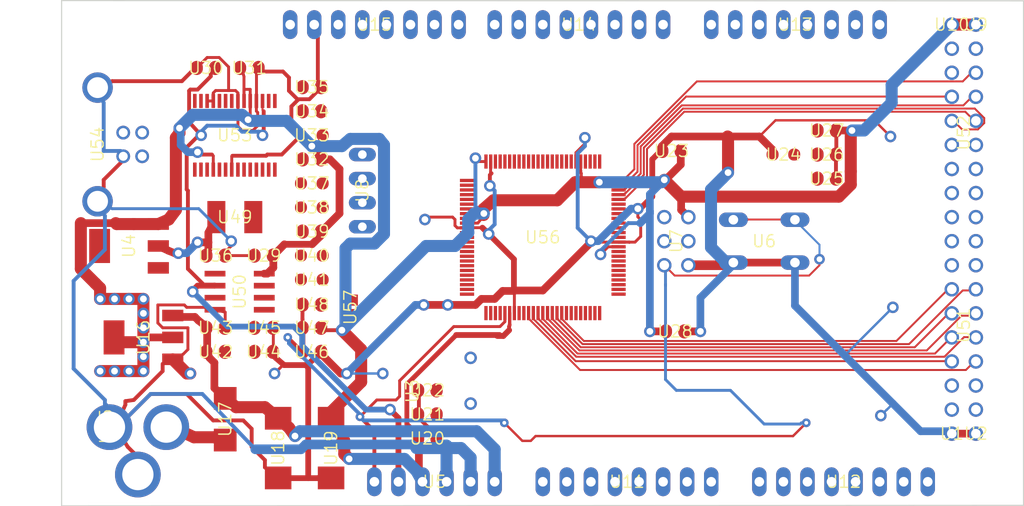
<source format=kicad_pcb>
(kicad_pcb (version 20221018) (generator pcbnew)
  (layers (0 "F.Cu" signal "Top") (31 "B.Cu" signal "Bottom") (34 "B.Paste" user) (35 "F.Paste" user) (36 "B.SilkS" user "B.Silkscreen") (37 "F.SilkS" user "F.Silkscreen") (38 "B.Mask" user) (39 "F.Mask" user) (44 "Edge.Cuts" user))
  (net 0 "")
  (net 1 "+5V")
  (net 2 "GND")
  (net 3 "N$6")
  (net 4 "N$7")
  (net 5 "AREF")
  (net 6 "RESET")
  (net 7 "VIN")
  (net 8 "N$3")
  (net 9 "PWRIN")
  (net 10 "M8RXD")
  (net 11 "M8TXD")
  (net 12 "ADC0")
  (net 13 "ADC2")
  (net 14 "ADC1")
  (net 15 "ADC3")
  (net 16 "ADC4")
  (net 17 "ADC5")
  (net 18 "ADC6")
  (net 19 "ADC7")
  (net 20 "+3V3")
  (net 21 "SDA")
  (net 22 "SCL")
  (net 23 "ADC9")
  (net 24 "ADC8")
  (net 25 "ADC10")
  (net 26 "ADC11")
  (net 27 "ADC12")
  (net 28 "ADC13")
  (net 29 "ADC14")
  (net 30 "ADC15")
  (net 31 "PB3")
  (net 32 "PB2")
  (net 33 "PB1")
  (net 34 "PB5")
  (net 35 "PB4")
  (net 36 "PE5")
  (net 37 "PE4")
  (net 38 "PE3")
  (net 39 "PE1")
  (net 40 "PE0")
  (net 41 "N$15")
  (net 42 "N$53")
  (net 43 "N$54")
  (net 44 "N$55")
  (net 45 "D-")
  (net 46 "D+")
  (net 47 "N$60")
  (net 48 "DTR")
  (net 49 "USBVCC")
  (net 50 "N$2")
  (net 51 "N$4")
  (net 52 "GATE_CMD")
  (net 53 "CMP")
  (net 54 "PB6")
  (net 55 "PH3")
  (net 56 "PH4")
  (net 57 "PH5")
  (net 58 "PH6")
  (net 59 "PG5")
  (net 60 "RXD1")
  (net 61 "TXD1")
  (net 62 "RXD2")
  (net 63 "RXD3")
  (net 64 "TXD2")
  (net 65 "TXD3")
  (net 66 "PC0")
  (net 67 "PC1")
  (net 68 "PC2")
  (net 69 "PC3")
  (net 70 "PC4")
  (net 71 "PC5")
  (net 72 "PC6")
  (net 73 "PC7")
  (net 74 "PB0")
  (net 75 "PG0")
  (net 76 "PG1")
  (net 77 "PG2")
  (net 78 "PD7")
  (net 79 "PA0")
  (net 80 "PA1")
  (net 81 "PA2")
  (net 82 "PA3")
  (net 83 "PA4")
  (net 84 "PA5")
  (net 85 "PA6")
  (net 86 "PA7")
  (net 87 "PL0")
  (net 88 "PL1")
  (net 89 "PL2")
  (net 90 "PL3")
  (net 91 "PL4")
  (net 92 "PL5")
  (net 93 "PL6")
  (net 94 "PL7")
  (net 95 "PB7")
  (net 96 "CTS")
  (net 97 "DSR")
  (net 98 "DCD")
  (net 99 "RI")
  (footprint "Arduino_MEGA_Reference_Design:2X03" (layer "F.Cu") (at 162.5981 103.7336 -90)
    (fp_text reference "U7")
    (fp_text value "")
  )
  (footprint "Arduino_MEGA_Reference_Design:1X08" (layer "F.Cu") (at 152.3111 80.8736 180)
    (fp_text reference "U14")
    (fp_text value "")
  )
  (footprint "Arduino_MEGA_Reference_Design:1X08" (layer "F.Cu") (at 130.7211 80.8736 180)
    (fp_text reference "U15")
    (fp_text value "")
  )
  (footprint "Arduino_MEGA_Reference_Design:SMC_D" (layer "F.Cu") (at 120.5611 125.5776 -90)
    (fp_text reference "U18")
    (fp_text value "")
  )
  (footprint "Arduino_MEGA_Reference_Design:SMC_D" (layer "F.Cu") (at 126.1491 125.5776 -90)
    (fp_text reference "U19")
    (fp_text value "")
  )
  (footprint "Arduino_MEGA_Reference_Design:B3F-10XX" (layer "F.Cu") (at 171.8691 103.7336 180)
    (fp_text reference "U6")
    (fp_text value "")
  )
  (footprint "Arduino_MEGA_Reference_Design:0805RND" (layer "F.Cu") (at 173.9011 94.5896 180)
    (fp_text reference "U24")
    (fp_text value "")
  )
  (footprint "Arduino_MEGA_Reference_Design:SMB" (layer "F.Cu") (at 114.9731 122.5296 -90)
    (fp_text reference "U17")
    (fp_text value "")
  )
  (footprint "Arduino_MEGA_Reference_Design:DC-21MM" (layer "F.Cu") (at 103.0351 123.2916 90)
    (fp_text reference "U55")
    (fp_text value "")
  )
  (footprint "Arduino_MEGA_Reference_Design:HC49_S" (layer "F.Cu") (at 140.8811 118.4656 90)
    (fp_text reference "U3")
    (fp_text value "")
  )
  (footprint "Arduino_MEGA_Reference_Design:SOT223" (layer "F.Cu") (at 106.3371 113.8936 90)
    (fp_text reference "U16")
    (fp_text value "")
  )
  (footprint "Arduino_MEGA_Reference_Design:1X06" (layer "F.Cu") (at 137.0711 129.1336)
    (fp_text reference "U5")
    (fp_text value "")
  )
  (footprint "Arduino_MEGA_Reference_Design:C0805RND" (layer "F.Cu") (at 124.1171 87.4776)
    (fp_text reference "U35")
    (fp_text value "")
  )
  (footprint "Arduino_MEGA_Reference_Design:C0805RND" (layer "F.Cu") (at 162.4711 113.2586)
    (fp_text reference "U28")
    (fp_text value "")
  )
  (footprint "Arduino_MEGA_Reference_Design:C0805RND" (layer "F.Cu") (at 136.3091 122.0216)
    (fp_text reference "U21")
    (fp_text value "")
  )
  (footprint "Arduino_MEGA_Reference_Design:C0805RND" (layer "F.Cu") (at 136.3091 119.4816)
    (fp_text reference "U22")
    (fp_text value "")
  )
  (footprint "Arduino_MEGA_Reference_Design:C0805RND" (layer "F.Cu") (at 113.9571 112.8776)
    (fp_text reference "U43")
    (fp_text value "")
  )
  (footprint "Arduino_MEGA_Reference_Design:RCL_0805RND" (layer "F.Cu") (at 124.1171 105.2576)
    (fp_text reference "U40")
    (fp_text value "")
  )
  (footprint "Arduino_MEGA_Reference_Design:RCL_0805RND" (layer "F.Cu") (at 124.1171 107.7976)
    (fp_text reference "U41")
    (fp_text value "")
  )
  (footprint "Arduino_MEGA_Reference_Design:1X08" (layer "F.Cu") (at 157.3911 129.1336)
    (fp_text reference "U11")
    (fp_text value "")
  )
  (footprint "Arduino_MEGA_Reference_Design:1X08" (layer "F.Cu") (at 175.1711 80.8736 180)
    (fp_text reference "U13")
    (fp_text value "")
  )
  (footprint "Arduino_MEGA_Reference_Design:R0805RND" (layer "F.Cu") (at 178.4731 94.5896 180)
    (fp_text reference "U26")
    (fp_text value "")
  )
  (footprint "Arduino_MEGA_Reference_Design:R0805RND" (layer "F.Cu") (at 178.4731 92.0496 180)
    (fp_text reference "U27")
    (fp_text value "")
  )
  (footprint "Arduino_MEGA_Reference_Design:TQFP100" (layer "F.Cu") (at 148.5011 103.3272)
    (fp_text reference "U56")
    (fp_text value "")
  )
  (footprint "Arduino_MEGA_Reference_Design:C0805RND" (layer "F.Cu") (at 162.0901 94.2086 180)
    (fp_text reference "U23")
    (fp_text value "")
  )
  (footprint "Arduino_MEGA_Reference_Design:C0805RND" (layer "F.Cu") (at 136.3091 124.5616)
    (fp_text reference "U20")
    (fp_text value "")
  )
  (footprint "Arduino_MEGA_Reference_Design:1X08" (layer "F.Cu") (at 180.2511 129.1336)
    (fp_text reference "U12")
    (fp_text value "")
  )
  (footprint "Arduino_MEGA_Reference_Design:R0805RND" (layer "F.Cu") (at 124.1171 112.8776)
    (fp_text reference "U47")
    (fp_text value "")
  )
  (footprint "Arduino_MEGA_Reference_Design:C0805RND" (layer "F.Cu") (at 124.1171 115.4176)
    (fp_text reference "U46")
    (fp_text value "")
  )
  (footprint "Arduino_MEGA_Reference_Design:C0805RND" (layer "F.Cu") (at 113.9571 105.2576)
    (fp_text reference "U36")
    (fp_text value "")
  )
  (footprint "Arduino_MEGA_Reference_Design:C0805RND" (layer "F.Cu") (at 112.9411 85.4456)
    (fp_text reference "U30")
    (fp_text value "")
  )
  (footprint "Arduino_MEGA_Reference_Design:0805RND" (layer "F.Cu") (at 124.1171 100.1776 180)
    (fp_text reference "U38")
    (fp_text value "")
  )
  (footprint "Arduino_MEGA_Reference_Design:0805RND" (layer "F.Cu") (at 124.1171 97.6376 180)
    (fp_text reference "U37")
    (fp_text value "")
  )
  (footprint "Arduino_MEGA_Reference_Design:R0805RND" (layer "F.Cu") (at 124.1171 95.0976)
    (fp_text reference "U32")
    (fp_text value "")
  )
  (footprint "Arduino_MEGA_Reference_Design:R0805RND" (layer "F.Cu") (at 124.1171 102.7176)
    (fp_text reference "U39")
    (fp_text value "")
  )
  (footprint "Arduino_MEGA_Reference_Design:SSOP28" (layer "F.Cu") (at 115.9891 92.5576)
    (fp_text reference "U53")
    (fp_text value "")
  )
  (footprint "Arduino_MEGA_Reference_Design:PN61729" (layer "F.Cu") (at 98.9584 93.5228 -90)
    (fp_text reference "U54")
    (fp_text value "")
  )
  (footprint "Arduino_MEGA_Reference_Design:L1812" (layer "F.Cu") (at 115.9891 101.1936)
    (fp_text reference "U49")
    (fp_text value "")
  )
  (footprint "Arduino_MEGA_Reference_Design:C0805RND" (layer "F.Cu") (at 117.5131 85.4456)
    (fp_text reference "U31")
    (fp_text value "")
  )
  (footprint "Arduino_MEGA_Reference_Design:0805RND" (layer "F.Cu") (at 124.1171 92.5576 180)
    (fp_text reference "U33")
    (fp_text value "")
  )
  (footprint "Arduino_MEGA_Reference_Design:R0805RND" (layer "F.Cu") (at 124.1171 90.0176 180)
    (fp_text reference "U34")
    (fp_text value "")
  )
  (footprint "Arduino_MEGA_Reference_Design:C0805RND" (layer "F.Cu") (at 124.1171 110.4392 180)
    (fp_text reference "U48")
    (fp_text value "")
  )
  (footprint "Arduino_MEGA_Reference_Design:SOT223" (layer "F.Cu") (at 104.8131 104.2416 90)
    (fp_text reference "U4")
    (fp_text value "")
  )
  (footprint "Arduino_MEGA_Reference_Design:SO08" (layer "F.Cu") (at 116.4971 109.0676 -90)
    (fp_text reference "U50")
    (fp_text value "")
  )
  (footprint "Arduino_MEGA_Reference_Design:R0805RND" (layer "F.Cu") (at 113.9571 115.4176 180)
    (fp_text reference "U42")
    (fp_text value "")
  )
  (footprint "Arduino_MEGA_Reference_Design:R0805RND" (layer "F.Cu") (at 119.0371 112.8776 180)
    (fp_text reference "U45")
    (fp_text value "")
  )
  (footprint "Arduino_MEGA_Reference_Design:C0805RND" (layer "F.Cu") (at 119.0371 115.4176 180)
    (fp_text reference "U44")
    (fp_text value "")
  )
  (footprint "Arduino_MEGA_Reference_Design:C0805RND" (layer "F.Cu") (at 119.0371 105.2576)
    (fp_text reference "U29")
    (fp_text value "")
  )
  (footprint "Arduino_MEGA_Reference_Design:2X08" (layer "F.Cu") (at 192.9511 92.3036 90)
    (fp_text reference "U52")
    (fp_text value "")
  )
  (footprint "Arduino_MEGA_Reference_Design:2X08" (layer "F.Cu") (at 192.9511 112.6236 90)
    (fp_text reference "U51")
    (fp_text value "")
  )
  (footprint "Arduino_MEGA_Reference_Design:R0805RND" (layer "F.Cu") (at 178.4731 97.1296 180)
    (fp_text reference "U25")
    (fp_text value "")
  )
  (footprint "Arduino_MEGA_Reference_Design:1X01" (layer "F.Cu") (at 191.6811 80.8736)
    (fp_text reference "U10")
    (fp_text value "")
  )
  (footprint "Arduino_MEGA_Reference_Design:1X01" (layer "F.Cu") (at 194.2211 80.8736)
    (fp_text reference "U9")
    (fp_text value "")
  )
  (footprint "Arduino_MEGA_Reference_Design:1X01" (layer "F.Cu") (at 191.6811 124.0536)
    (fp_text reference "U1")
    (fp_text value "")
  )
  (footprint "Arduino_MEGA_Reference_Design:1X01" (layer "F.Cu") (at 194.2211 124.0536)
    (fp_text reference "U2")
    (fp_text value "")
  )
  (footprint "Arduino_MEGA_Reference_Design:SJ" (layer "F.Cu") (at 128.1811 110.7186 -90)
    (fp_text reference "U57")
    (fp_text value "")
  )
  (footprint "Arduino_MEGA_Reference_Design:JP4" (layer "F.Cu") (at 129.4511 98.3996 -90)
    (fp_text reference "U8")
    (fp_text value "")
  )
  (gr_line (start 199.25 131.62) (end 97.7011 131.6736) (layer "Edge.Cuts") (width 0.12))
  (gr_line (start 97.7011 131.6736) (end 97.7011 78.3336) (layer "Edge.Cuts") (width 0.12))
  (gr_line (start 199.25 78.36) (end 199.25 131.62) (layer "Edge.Cuts") (width 0.12))
  (gr_line (start 97.7011 78.3336) (end 199.25 78.36) (layer "Edge.Cuts") (width 0.12))
  (segment (start 144.9451 112.7506) (end 145.0011 112.5676) (width 0.4064) (layer "F.Cu") (net 1))
  (segment (start 106.3371 112.8776) (end 106.3371 111.3536) (width 1.27) (layer "F.Cu") (net 1))
  (segment (start 101.2571 108.1786) (end 101.2571 108.3056) (width 0.508) (layer "F.Cu") (net 1))
  (segment (start 152.4889 95.4024) (end 152.5133 95.378) (width 0.254) (layer "F.Cu") (net 1))
  (segment (start 179.4501 92.0496) (end 179.3621 92.0496) (width 0.4064) (layer "F.Cu") (net 1))
  (segment (start 135.3321 124.5616) (end 135.0391 123.9266) (width 0.508) (layer "F.Cu") (net 1))
  (segment (start 134.1501 118.8466) (end 139.3571 113.6396) (width 0.508) (layer "F.Cu") (net 1))
  (segment (start 126.1491 122.4276) (end 127.5461 124.8156) (width 1.27) (layer "F.Cu") (net 1))
  (segment (start 127.2921 113.1316) (end 129.3241 115.1636) (width 1.27) (layer "F.Cu") (net 1))
  (segment (start 103.7461 114.4016) (end 103.2381 113.8936) (width 1.27) (layer "F.Cu") (net 1))
  (segment (start 116.9543 86.36) (end 116.8781 86.0806) (width 0.3048) (layer "F.Cu") (net 1))
  (segment (start 161.3281 97.2566) (end 163.1061 99.0346) (width 1.27) (layer "F.Cu") (net 1))
  (segment (start 101.7651 109.8296) (end 103.2891 109.8296) (width 1.27) (layer "F.Cu") (net 1))
  (segment (start 141.3891 94.9706) (end 141.8727 95.3272) (width 0.3048) (layer "F.Cu") (net 1))
  (segment (start 155.3591 104.3686) (end 155.4005 104.3272) (width 0.254) (layer "F.Cu") (net 1))
  (segment (start 159.8041 113.2586) (end 161.4941 113.2586) (width 0.8128) (layer "F.Cu") (net 1))
  (segment (start 105.3211 101.9302) (end 107.9119 101.9302) (width 1.27) (layer "F.Cu") (net 1))
  (segment (start 139.3571 113.6396) (end 143.9291 113.6396) (width 0.6096) (layer "F.Cu") (net 1))
  (segment (start 152.5143 96.52) (end 152.5143 96.266) (width 0.3048) (layer "F.Cu") (net 1))
  (segment (start 112.0521 94.3356) (end 112.3061 94.5896) (width 0.4064) (layer "F.Cu") (net 1))
  (segment (start 99.7331 101.8286) (end 103.4161 101.8286) (width 0.8128) (layer "F.Cu") (net 1))
  (segment (start 124.1425 104.0638) (end 121.2215 104.0638) (width 0.7112) (layer "F.Cu") (net 1))
  (segment (start 125.0061 103.2256) (end 124.1425 104.0638) (width 0.8128) (layer "F.Cu") (net 1))
  (segment (start 151.9301 97.5106) (end 154.4701 97.5106) (width 1.27) (layer "F.Cu") (net 1))
  (segment (start 120.0531 105.2576) (end 120.0141 105.2576) (width 0.8128) (layer "F.Cu") (net 1))
  (segment (start 152.5133 95.378) (end 152.5011 95.3272) (width 0.254) (layer "F.Cu") (net 1))
  (segment (start 124.1171 93.7006) (end 124.7521 94.4626) (width 0.8128) (layer "F.Cu") (net 1))
  (segment (start 117.6141 88.9326) (end 117.6147 87.7062) (width 0.3048) (layer "F.Cu") (net 1))
  (segment (start 103.2891 109.8296) (end 104.8131 109.8296) (width 1.27) (layer "F.Cu") (net 1))
  (segment (start 126.1491 121.7676) (end 126.1491 122.4276) (width 1.27) (layer "F.Cu") (net 1))
  (segment (start 127.5461 126.2126) (end 128.0541 126.7206) (width 1.27) (layer "F.Cu") (net 1))
  (segment (start 127.0381 96.1136) (end 127.0381 100.8126) (width 0.8128) (layer "F.Cu") (net 1))
  (segment (start 163.1061 100.4316) (end 163.8681 101.1936) (width 0.8128) (layer "F.Cu") (net 1))
  (segment (start 113.5761 94.5896) (end 113.7141 94.7276) (width 0.3048) (layer "F.Cu") (net 1))
  (segment (start 106.3371 109.8296) (end 104.8131 109.8296) (width 1.27) (layer "F.Cu") (net 1))
  (segment (start 143.2941 99.4156) (end 150.0251 99.4156) (width 1.27) (layer "F.Cu") (net 1))
  (segment (start 121.2215 104.0638) (end 120.0531 105.2576) (width 0.8128) (layer "F.Cu") (net 1))
  (segment (start 142.1511 101.1936) (end 141.6445 101.8272) (width 0.3048) (layer "F.Cu") (net 1))
  (segment (start 99.7331 106.6546) (end 99.7331 101.8286) (width 1.27) (layer "F.Cu") (net 1))
  (segment (start 109.7661 92.8116) (end 110.1471 92.3036) (width 1.27) (layer "F.Cu") (net 1))
  (segment (start 101.7651 108.6866) (end 101.7651 109.8296) (width 1.27) (layer "F.Cu") (net 1))
  (segment (start 127.2921 113.1316) (end 125.3871 113.1316) (width 0.4064) (layer "F.Cu") (net 1))
  (segment (start 120.0531 105.2576) (end 120.0531 106.5276) (width 0.8128) (layer "F.Cu") (net 1))
  (segment (start 142.2471 100.9706) (end 142.2471 100.3356) (width 1.27) (layer "F.Cu") (net 1))
  (segment (start 179.3621 94.5896) (end 179.4501 94.5896) (width 0.4064) (layer "F.Cu") (net 1))
  (segment (start 120.0531 106.5276) (end 119.4181 107.1626) (width 0.8128) (layer "F.Cu") (net 1))
  (segment (start 125.0941 102.6786) (end 125.0061 102.5906) (width 0.8128) (layer "F.Cu") (net 1))
  (segment (start 179.4891 94.4626) (end 179.3621 94.5896) (width 0.4064) (layer "F.Cu") (net 1))
  (segment (start 103.4161 101.8286) (end 103.5177 101.9302) (width 1.27) (layer "F.Cu") (net 1))
  (segment (start 163.0671 95.6446) (end 163.0671 94.2086) (width 0.8128) (layer "F.Cu") (net 1))
  (segment (start 142.2781 100.8126) (end 142.1511 101.1936) (width 0.4064) (layer "F.Cu") (net 1))
  (segment (start 163.1061 99.0346) (end 163.1061 100.4316) (width 0.8128) (layer "F.Cu") (net 1))
  (segment (start 141.8727 95.3272) (end 142.5011 95.3272) (width 0.3048) (layer "F.Cu") (net 1))
  (segment (start 113.7141 94.7276) (end 113.7141 96.1826) (width 0.3048) (layer "F.Cu") (net 1))
  (segment (start 129.3241 115.1636) (end 129.3241 118.5926) (width 1.27) (layer "F.Cu") (net 1))
  (segment (start 106.3371 115.9256) (end 106.3371 114.4016) (width 1.27) (layer "F.Cu") (net 1))
  (segment (start 143.7005 113.7412) (end 144.3355 113.7412) (width 0.6096) (layer "F.Cu") (net 1))
  (segment (start 179.4501 94.5896) (end 179.4891 94.5896) (width 0.4064) (layer "F.Cu") (net 1))
  (segment (start 127.0381 100.8126) (end 125.1331 102.7176) (width 0.8128) (layer "F.Cu") (net 1))
  (segment (start 106.9721 113.8936) (end 109.4359 113.8936) (width 0.8128) (layer "F.Cu") (net 1))
  (segment (start 135.8011 129.1336) (end 135.4201 127.7366) (width 0.8128) (layer "F.Cu") (net 1))
  (segment (start 125.1331 102.7176) (end 125.0941 102.6786) (width 0.8128) (layer "F.Cu") (net 1))
  (segment (start 181.0131 96.3676) (end 181.0131 96.4946) (width 0.8128) (layer "F.Cu") (net 1))
  (segment (start 144.9451 113.1316) (end 144.9451 112.7506) (width 0.4064) (layer "F.Cu") (net 1))
  (segment (start 125.1331 102.7176) (end 125.0941 102.7176) (width 0.8128) (layer "F.Cu") (net 1))
  (segment (start 124.7521 94.4626) (end 125.0941 95.0976) (width 0.8128) (layer "F.Cu") (net 1))
  (segment (start 125.0061 102.5906) (end 125.0061 103.2256) (width 0.8128) (layer "F.Cu") (net 1))
  (segment (start 135.0391 123.9266) (end 134.1501 123.0376) (width 0.508) (layer "F.Cu") (net 1))
  (segment (start 181.0131 97.7646) (end 181.0131 96.3676) (width 1.27) (layer "F.Cu") (net 1))
  (segment (start 109.7661 100.4316) (end 109.7661 92.8116) (width 1.27) (layer "F.Cu") (net 1))
  (segment (start 155.4005 104.3272) (end 156.5011 104.3272) (width 0.3048) (layer "F.Cu") (net 1))
  (segment (start 126.0221 95.0976) (end 127.0381 96.1136) (width 0.8128) (layer "F.Cu") (net 1))
  (segment (start 106.3371 117.4496) (end 104.8131 117.4496) (width 1.27) (layer "F.Cu") (net 1))
  (segment (start 152.5143 96.266) (end 152.5143 95.4278) (width 0.254) (layer "F.Cu") (net 1))
  (segment (start 127.5461 124.8156) (end 127.5461 126.2126) (width 1.27) (layer "F.Cu") (net 1))
  (segment (start 119.4181 107.1626) (end 119.0971 107.1626) (width 0.8128) (layer "F.Cu") (net 1))
  (segment (start 125.1331 112.8776) (end 125.0941 112.8776) (width 0.4064) (layer "F.Cu") (net 1))
  (segment (start 143.9291 113.6396) (end 143.8529 113.7158) (width 0.2032) (layer "F.Cu") (net 1))
  (segment (start 117.6147 87.7062) (end 116.9543 87.7062) (width 0.3048) (layer "F.Cu") (net 1))
  (segment (start 107.9119 101.9302) (end 109.0041 101.4476) (width 1.27) (layer "F.Cu") (net 1))
  (segment (start 135.4201 127.7366) (end 135.4201 125.1966) (width 0.8128) (layer "F.Cu") (net 1))
  (segment (start 179.4501 94.6286) (end 179.4501 97.1296) (width 0.4064) (layer "F.Cu") (net 1))
  (segment (start 150.0251 99.4156) (end 151.9301 97.5106) (width 1.27) (layer "F.Cu") (net 1))
  (segment (start 179.4891 94.5896) (end 179.4501 94.6286) (width 0.4064) (layer "F.Cu") (net 1))
  (segment (start 125.3871 113.1316) (end 125.1331 112.8776) (width 0.4064) (layer "F.Cu") (net 1))
  (segment (start 143.8529 113.7158) (end 143.7005 113.7412) (width 0.2032) (layer "F.Cu") (net 1))
  (segment (start 106.3371 112.8776) (end 106.3371 114.4016) (width 1.27) (layer "F.Cu") (net 1))
  (segment (start 117.6147 89.7636) (end 117.6141 88.9326) (width 0.3048) (layer "F.Cu") (net 1))
  (segment (start 117.3861 90.9066) (end 117.6147 90.3986) (width 0.3048) (layer "F.Cu") (net 1))
  (segment (start 144.3355 113.7412) (end 144.9451 113.1316) (width 0.6096) (layer "F.Cu") (net 1))
  (segment (start 152.5651 96.5708) (end 152.5143 96.52) (width 0.3048) (layer "F.Cu") (net 1))
  (segment (start 106.3371 114.4016) (end 103.7461 114.4016) (width 1.27) (layer "F.Cu") (net 1))
  (segment (start 106.3371 109.8296) (end 106.3371 111.3536) (width 1.27) (layer "F.Cu") (net 1))
  (segment (start 181.1401 92.0496) (end 179.4501 92.0496) (width 0.8128) (layer "F.Cu") (net 1))
  (segment (start 109.0041 101.4476) (end 109.7661 100.4316) (width 1.27) (layer "F.Cu") (net 1))
  (segment (start 99.7331 106.6546) (end 101.2571 108.1786) (width 1.27) (layer "F.Cu") (net 1))
  (segment (start 110.1471 92.3036) (end 110.1471 91.7956) (width 1.27) (layer "F.Cu") (net 1))
  (segment (start 163.1061 99.0346) (end 179.7431 99.0346) (width 1.27) (layer "F.Cu") (net 1))
  (segment (start 116.9543 87.6554) (end 116.9543 86.36) (width 0.3048) (layer "F.Cu") (net 1))
  (segment (start 101.2571 108.1786) (end 101.7651 108.6866) (width 1.27) (layer "F.Cu") (net 1))
  (segment (start 129.3241 118.5926) (end 126.1491 121.7676) (width 1.27) (layer "F.Cu") (net 1))
  (segment (start 145.0011 112.5676) (end 145.0011 111.3272) (width 0.3556) (layer "F.Cu") (net 1))
  (segment (start 106.3371 115.9256) (end 106.3371 117.4496) (width 1.27) (layer "F.Cu") (net 1))
  (segment (start 179.4891 92.1766) (end 179.4891 94.4626) (width 0.4064) (layer "F.Cu") (net 1))
  (segment (start 191.6811 80.8736) (end 194.2211 80.8736) (width 1.27) (layer "F.Cu") (net 1))
  (segment (start 181.0131 96.3676) (end 181.0131 92.1766) (width 1.27) (layer "F.Cu") (net 1))
  (segment (start 153.0731 97.5106) (end 152.5651 97.0026) (width 0.4064) (layer "F.Cu") (net 1))
  (segment (start 116.8781 86.0806) (end 116.5361 85.4456) (width 0.3048) (layer "F.Cu") (net 1))
  (segment (start 101.7651 117.4496) (end 103.2891 117.4496) (width 1.27) (layer "F.Cu") (net 1))
  (segment (start 161.4551 97.2566) (end 163.0671 95.6446) (width 0.8128) (layer "F.Cu") (net 1))
  (segment (start 134.1501 123.0376) (end 134.1501 118.8466) (width 0.508) (layer "F.Cu") (net 1))
  (segment (start 104.8131 117.4496) (end 103.2891 117.4496) (width 1.27) (layer "F.Cu") (net 1))
  (segment (start 152.5143 95.4278) (end 152.4889 95.4024) (width 0.254) (layer "F.Cu") (net 1))
  (segment (start 154.4701 97.5106) (end 153.0731 97.5106) (width 0.4064) (layer "F.Cu") (net 1))
  (segment (start 154.5971 105.1306) (end 155.3591 104.3686) (width 0.3048) (layer "F.Cu") (net 1))
  (segment (start 112.3061 94.5896) (end 113.5761 94.5896) (width 0.4064) (layer "F.Cu") (net 1))
  (segment (start 152.5651 97.0026) (end 152.5651 96.5708) (width 0.3048) (layer "F.Cu") (net 1))
  (segment (start 142.1511 101.1936) (end 142.2471 100.9706) (width 0.4064) (layer "F.Cu") (net 1))
  (segment (start 142.2471 100.3356) (end 143.2941 99.4156) (width 1.27) (layer "F.Cu") (net 1))
  (segment (start 141.6445 101.8272) (end 140.5011 101.8272) (width 0.3048) (layer "F.Cu") (net 1))
  (segment (start 125.0941 95.0976) (end 126.0221 95.0976) (width 0.8128) (layer "F.Cu") (net 1))
  (segment (start 161.3281 97.2566) (end 161.4551 97.2566) (width 0.8128) (layer "F.Cu") (net 1))
  (segment (start 179.3621 92.0496) (end 179.4891 92.1766) (width 0.4064) (layer "F.Cu") (net 1))
  (segment (start 181.0131 92.1766) (end 181.1401 92.0496) (width 0.8128) (layer "F.Cu") (net 1))
  (segment (start 125.0941 102.6786) (end 125.0941 102.7176) (width 0.8128) (layer "F.Cu") (net 1))
  (segment (start 116.9641 88.9326) (end 116.9543 87.6554) (width 0.3048) (layer "F.Cu") (net 1))
  (segment (start 135.4201 125.1966) (end 135.3321 124.5616) (width 0.8128) (layer "F.Cu") (net 1))
  (segment (start 179.7431 99.0346) (end 181.0131 97.7646) (width 1.27) (layer "F.Cu") (net 1))
  (segment (start 116.9543 87.7062) (end 116.9641 88.9326) (width 0.3048) (layer "F.Cu") (net 1))
  (segment (start 103.5177 101.9302) (end 105.3211 101.9302) (width 1.27) (layer "F.Cu") (net 1))
  (segment (start 117.6147 90.3986) (end 117.6147 89.7636) (width 0.3048) (layer "F.Cu") (net 1))
  (segment (start 127.2921 113.1316) (end 136.1821 104.2416) (width 1.27) (layer "B.Cu") (net 1))
  (segment (start 131.7371 93.5736) (end 131.7371 102.9716) (width 1.27) (layer "B.Cu") (net 1))
  (segment (start 161.3281 97.2566) (end 159.8041 98.7806) (width 0.8128) (layer "B.Cu") (net 1))
  (segment (start 159.8041 100.5586) (end 159.8041 100.8126) (width 0.8128) (layer "B.Cu") (net 1))
  (segment (start 154.7241 104.6226) (end 154.7241 105.0036) (width 0.4064) (layer "B.Cu") (net 1))
  (segment (start 159.8041 100.5586) (end 159.8041 113.2586) (width 0.8128) (layer "B.Cu") (net 1))
  (segment (start 158.7881 101.8286) (end 157.5181 101.8286) (width 0.4064) (layer "B.Cu") (net 1))
  (segment (start 110.4011 91.6686) (end 110.2741 91.7956) (width 0.8128) (layer "B.Cu") (net 1))
  (segment (start 159.8041 98.7806) (end 159.8041 100.5586) (width 0.8128) (layer "B.Cu") (net 1))
  (segment (start 128.0541 126.7206) (end 133.8961 126.7206) (width 1.27) (layer "B.Cu") (net 1))
  (segment (start 161.0741 97.5106) (end 161.3281 97.2566) (width 0.6096) (layer "B.Cu") (net 1))
  (segment (start 154.4701 97.5106) (end 161.0741 97.5106) (width 1.27) (layer "B.Cu") (net 1))
  (segment (start 117.6401 91.0336) (end 121.4501 91.0336) (width 1.27) (layer "B.Cu") (net 1))
  (segment (start 139.2301 104.2416) (end 140.6271 102.8446) (width 1.27) (layer "B.Cu") (net 1))
  (segment (start 142.2781 100.9396) (end 141.3891 100.0506) (width 0.4064) (layer "B.Cu") (net 1))
  (segment (start 127.6731 104.4956) (end 127.6731 112.6236) (width 1.27) (layer "B.Cu") (net 1))
  (segment (start 154.7241 105.0036) (end 154.5971 105.1306) (width 0.4064) (layer "B.Cu") (net 1))
  (segment (start 111.5441 90.3986) (end 116.7511 90.3986) (width 1.27) (layer "B.Cu") (net 1))
  (segment (start 135.1661 127.9906) (end 135.8011 129.1336) (width 1.27) (layer "B.Cu") (net 1))
  (segment (start 128.1811 92.9386) (end 131.2291 92.9386) (width 1.27) (layer "B.Cu") (net 1))
  (segment (start 131.2291 92.9386) (end 131.7371 93.5736) (width 1.27) (layer "B.Cu") (net 1))
  (segment (start 110.2741 93.5736) (end 111.0361 94.3356) (width 0.8128) (layer "B.Cu") (net 1))
  (segment (start 159.8041 100.8126) (end 158.7881 101.8286) (width 0.8128) (layer "B.Cu") (net 1))
  (segment (start 127.6731 112.6236) (end 127.2921 113.0046) (width 0.8128) (layer "B.Cu") (net 1))
  (segment (start 130.7211 103.9876) (end 128.1811 103.9876) (width 1.27) (layer "B.Cu") (net 1))
  (segment (start 185.3311 87.2236) (end 191.6811 80.8736) (width 1.27) (layer "B.Cu") (net 1))
  (segment (start 131.7371 102.9716) (end 130.7211 103.9876) (width 1.27) (layer "B.Cu") (net 1))
  (segment (start 140.6271 101.4476) (end 141.2621 100.8126) (width 1.27) (layer "B.Cu") (net 1))
  (segment (start 157.5181 101.8286) (end 154.7241 104.6226) (width 0.4064) (layer "B.Cu") (net 1))
  (segment (start 116.7511 90.3986) (end 117.3861 90.9066) (width 1.27) (layer "B.Cu") (net 1))
  (segment (start 142.2781 100.8126) (end 142.2781 100.9396) (width 0.4064) (layer "B.Cu") (net 1))
  (segment (start 181.1401 92.0496) (end 182.4101 92.0496) (width 1.27) (layer "B.Cu") (net 1))
  (segment (start 111.0361 94.3356) (end 112.0521 94.3356) (width 0.8128) (layer "B.Cu") (net 1))
  (segment (start 127.2921 93.7006) (end 128.1811 92.9386) (width 1.27) (layer "B.Cu") (net 1))
  (segment (start 141.3891 100.0506) (end 141.3891 94.9706) (width 0.4064) (layer "B.Cu") (net 1))
  (segment (start 110.2741 91.7956) (end 110.2741 93.5736) (width 0.8128) (layer "B.Cu") (net 1))
  (segment (start 128.1811 103.9876) (end 127.6731 104.4956) (width 1.27) (layer "B.Cu") (net 1))
  (segment (start 182.4101 92.0496) (end 185.3311 89.1286) (width 1.27) (layer "B.Cu") (net 1))
  (segment (start 117.3861 90.9066) (end 117.6401 91.0336) (width 1.27) (layer "B.Cu") (net 1))
  (segment (start 110.1471 91.7956) (end 111.5441 90.3986) (width 1.27) (layer "B.Cu") (net 1))
  (segment (start 141.2621 100.8126) (end 142.2781 100.8126) (width 1.27) (layer "B.Cu") (net 1))
  (segment (start 110.1471 91.7956) (end 110.4011 91.6686) (width 0.8128) (layer "B.Cu") (net 1))
  (segment (start 185.3311 89.1286) (end 185.3311 87.2236) (width 1.27) (layer "B.Cu") (net 1))
  (segment (start 140.6271 102.8446) (end 140.6271 101.4476) (width 1.27) (layer "B.Cu") (net 1))
  (segment (start 124.1171 93.7006) (end 127.2921 93.7006) (width 1.27) (layer "B.Cu") (net 1))
  (segment (start 136.1821 104.2416) (end 139.2301 104.2416) (width 1.27) (layer "B.Cu") (net 1))
  (segment (start 121.4501 91.0336) (end 124.1171 93.7006) (width 1.27) (layer "B.Cu") (net 1))
  (segment (start 127.2921 113.0046) (end 127.2921 113.1316) (width 0.8128) (layer "B.Cu") (net 1))
  (segment (start 133.8961 126.7206) (end 135.1661 127.9906) (width 1.27) (layer "B.Cu") (net 1))
  (via (at 106.3371 115.9256) (size 1.2192) (drill 0.7112) (layers "F.Cu" "B.Cu") (net 1))
  (via (at 104.8131 109.8296) (size 1.2192) (drill 0.7112) (layers "F.Cu" "B.Cu") (net 1))
  (via (at 106.3371 109.8296) (size 1.2192) (drill 0.7112) (layers "F.Cu" "B.Cu") (net 1))
  (via (at 159.8041 113.2586) (size 1.2192) (drill 0.7112) (layers "F.Cu" "B.Cu") (net 1))
  (via (at 101.7651 117.4496) (size 1.2192) (drill 0.7112) (layers "F.Cu" "B.Cu") (net 1))
  (via (at 127.2921 113.1316) (size 1.2192) (drill 0.7112) (layers "F.Cu" "B.Cu") (net 1))
  (via (at 142.2781 100.8126) (size 1.2192) (drill 0.7112) (layers "F.Cu" "B.Cu") (net 1))
  (via (at 106.3371 114.4016) (size 1.2192) (drill 0.7112) (layers "F.Cu" "B.Cu") (net 1))
  (via (at 106.3371 111.3536) (size 1.2192) (drill 0.7112) (layers "F.Cu" "B.Cu") (net 1))
  (via (at 103.2891 117.4496) (size 1.2192) (drill 0.7112) (layers "F.Cu" "B.Cu") (net 1))
  (via (at 110.1471 91.7956) (size 1.2192) (drill 0.7112) (layers "F.Cu" "B.Cu") (net 1))
  (via (at 154.4701 97.5106) (size 1.2192) (drill 0.7112) (layers "F.Cu" "B.Cu") (net 1))
  (via (at 181.1401 92.0496) (size 1.2192) (drill 0.7112) (layers "F.Cu" "B.Cu") (net 1))
  (via (at 117.3861 90.9066) (size 1.2192) (drill 0.7112) (layers "F.Cu" "B.Cu") (net 1))
  (via (at 124.1171 93.7006) (size 1.2192) (drill 0.7112) (layers "F.Cu" "B.Cu") (net 1))
  (via (at 104.8131 117.4496) (size 1.2192) (drill 0.7112) (layers "F.Cu" "B.Cu") (net 1))
  (via (at 106.3371 117.4496) (size 1.2192) (drill 0.7112) (layers "F.Cu" "B.Cu") (net 1))
  (via (at 161.3281 97.2566) (size 1.2192) (drill 0.7112) (layers "F.Cu" "B.Cu") (net 1))
  (via (at 141.3891 94.9706) (size 1.2192) (drill 0.7112) (layers "F.Cu" "B.Cu") (net 1))
  (via (at 106.3371 112.8776) (size 1.2192) (drill 0.7112) (layers "F.Cu" "B.Cu") (net 1))
  (via (at 103.2891 109.8296) (size 1.2192) (drill 0.7112) (layers "F.Cu" "B.Cu") (net 1))
  (via (at 128.0541 126.7206) (size 1.2192) (drill 0.7112) (layers "F.Cu" "B.Cu") (net 1))
  (via (at 101.7651 109.8296) (size 1.2192) (drill 0.7112) (layers "F.Cu" "B.Cu") (net 1))
  (via (at 154.5971 105.1306) (size 1.2192) (drill 0.7112) (layers "F.Cu" "B.Cu") (net 1))
  (via (at 112.0521 94.3356) (size 1.2192) (drill 0.7112) (layers "F.Cu" "B.Cu") (net 1))
  (segment (start 137.2861 124.5616) (end 136.9441 123.9266) (width 0.3048) (layer "F.Cu") (net 2))
  (segment (start 103.3907 123.3678) (end 103.4923 123.3678) (width 0.4064) (layer "F.Cu") (net 2))
  (segment (start 135.4201 120.1166) (end 135.3321 119.4816) (width 0.3048) (layer "F.Cu") (net 2))
  (segment (start 113.7141 88.9326) (end 113.0641 88.9326) (width 0.3048) (layer "F.Cu") (net 2))
  (segment (start 122.6566 88.8111) (end 121.7041 87.8586) (width 0.4064) (layer "F.Cu") (net 2))
  (segment (start 137.5791 125.1966) (end 137.2861 124.5616) (width 0.4064) (layer "F.Cu") (net 2))
  (segment (start 112.541482 84.868218) (end 111.9641 85.4456) (width 0.3048) (layer "F.Cu") (net 2))
  (segment (start 145.5011 108.9886) (end 145.5011 111.3272) (width 0.3048) (layer "F.Cu") (net 2))
  (segment (start 168.3131 106.2736) (end 163.8681 106.2736) (width 1.016) (layer "F.Cu") (net 2))
  (segment (start 158.7881 100.3046) (end 160.0581 99.0346) (width 0.6096) (layer "F.Cu") (net 2))
  (segment (start 123.4821 116.8146) (end 121.1961 116.8146) (width 0.6096) (layer "F.Cu") (net 2))
  (segment (start 142.0495 102.3112) (end 142.0241 102.3366) (width 0.3048) (layer "F.Cu") (net 2))
  (segment (start 113.7141 88.0833) (end 113.7141 88.9326) (width 0.3048) (layer "F.Cu") (net 2))
  (segment (start 121.9581 91.4146) (end 121.9581 89.5096) (width 0.4064) (layer "F.Cu") (net 2))
  (segment (start 116.3193 91.6178) (end 116.3193 89.0778) (width 0.3048) (layer "F.Cu") (net 2))
  (segment (start 103.5431 123.4186) (end 107.0991 119.8626) (width 0.4064) (layer "F.Cu") (net 2))
  (segment (start 104.6861 125.4506) (end 103.3907 123.3678) (width 0.4064) (layer "F.Cu") (net 2))
  (segment (start 158.5341 100.3046) (end 158.7881 100.3046) (width 0.6096) (layer "F.Cu") (net 2))
  (segment (start 116.8781 122.6566) (end 117.7671 123.5456) (width 0.4064) (layer "F.Cu") (net 2))
  (segment (start 158.835701 101.468305) (end 158.5341 101.166704) (width 0.3048) (layer "F.Cu") (net 2))
  (segment (start 107.8611 110.4646) (end 110.6551 110.4646) (width 0.3048) (layer "F.Cu") (net 2))
  (segment (start 160.9471 94.2086) (end 161.0741 94.2086) (width 0.6096) (layer "F.Cu") (net 2))
  (segment (start 110.9091 110.7186) (end 112.8141 110.7186) (width 0.3048) (layer "F.Cu") (net 2))
  (segment (start 162.0901 92.6846) (end 168.0154 92.6846) (width 0.8128) (layer "F.Cu") (net 2))
  (segment (start 110.9345 117.7036) (end 109.4359 116.205) (width 1.27) (layer "F.Cu") (net 2))
  (segment (start 111.0361 115.1636) (end 111.0361 112.8776) (width 0.3048) (layer "F.Cu") (net 2))
  (segment (start 168.0154 92.6846) (end 171.3611 92.6846) (width 0.8128) (layer "F.Cu") (net 2))
  (segment (start 115.6081 104.2416) (end 115.2271 104.6226) (width 0.3048) (layer "F.Cu") (net 2))
  (segment (start 123.7361 117.0686) (end 123.4821 116.8146) (width 0.6096) (layer "F.Cu") (net 2))
  (segment (start 152.9461 92.8116) (end 152.9461 93.4466) (width 0.3048) (layer "F.Cu") (net 2))
  (segment (start 110.9091 119.8626) (end 113.7031 122.6566) (width 0.4064) (layer "F.Cu") (net 2))
  (segment (start 145.4531 108.9406) (end 148.5011 108.9406) (width 0.8128) (layer "F.Cu") (net 2))
  (segment (start 115.33089 87.83089) (end 113.96651 87.83089) (width 0.3048) (layer "F.Cu") (net 2))
  (segment (start 114.9731 111.2266) (end 114.9731 112.2426) (width 0.3048) (layer "F.Cu") (net 2))
  (segment (start 106.3879 128.3716) (end 105.3211 126.0856) (width 0.4064) (layer "F.Cu") (net 2))
  (segment (start 112.8141 110.7186) (end 113.8971 110.9726) (width 0.3048) (layer "F.Cu") (net 2))
  (segment (start 120.5611 128.7276) (end 121.9581 128.7526) (width 0.3048) (layer "F.Cu") (net 2))
  (segment (start 153.5811 103.7336) (end 153.7081 103.8606) (width 0.4064) (layer "F.Cu") (net 2))
  (segment (start 120.0141 115.4176) (end 120.0531 114.7826) (width 0.3048) (layer "F.Cu") (net 2))
  (segment (start 171.3611 92.6846) (end 172.7581 94.0816) (width 0.8128) (layer "F.Cu") (net 2))
  (segment (start 143.4211 109.8296) (end 144.2621 108.9886) (width 0.8128) (layer "F.Cu") (net 2))
  (segment (start 121.0691 85.8266) (end 119.0371 85.8266) (width 0.4064) (layer "F.Cu") (net 2))
  (segment (start 119.1641 127.6096) (end 120.5611 128.7276) (width 0.4064) (layer "F.Cu") (net 2))
  (segment (start 120.9421 94.5896) (end 122.9741 92.5576) (width 0.4064) (layer "F.Cu") (net 2))
  (segment (start 163.4481 113.2586) (end 165.1381 113.2586) (width 0.8128) (layer "F.Cu") (net 2))
  (segment (start 156.5195 103.8272) (end 156.5275 103.8352) (width 0.3048) (layer "F.Cu") (net 2))
  (segment (start 160.0581 95.0976) (end 160.9471 94.2086) (width 0.6096) (layer "F.Cu") (net 2))
  (segment (start 125.0941 87.4776) (end 124.7521 86.8426) (width 0.4064) (layer "F.Cu") (net 2))
  (segment (start 135.3321 122.0216) (end 135.4201 121.3866) (width 0.3048) (layer "F.Cu") (net 2))
  (segment (start 116.3193 89.0778) (end 116.3141 89.0726) (width 0.3048) (layer "F.Cu") (net 2))
  (segment (start 124.7521 128.7526) (end 126.1491 128.7276) (width 0.6096) (layer "F.Cu") (net 2))
  (segment (start 116.7511 92.0496) (end 116.3193 91.6178) (width 0.3048) (layer "F.Cu") (net 2))
  (segment (start 168.5925 105.9942) (end 168.3131 106.2736) (width 1.016) (layer "F.Cu") (net 2))
  (segment (start 168.0591 96.4946) (end 168.0591 92.7283) (width 1.27) (layer "F.Cu") (net 2))
  (segment (start 135.6741 122.6566) (end 135.3321 122.0216) (width 0.4064) (layer "F.Cu") (net 2))
  (segment (start 123.7361 128.7526) (end 124.7521 128.7526) (width 0.6096) (layer "F.Cu") (net 2))
  (segment (start 168.6179 105.9942) (end 168.5925 105.9942) (width 1.016) (layer "F.Cu") (net 2))
  (segment (start 139.2301 101.4476) (end 138.9761 101.1936) (width 0.3048) (layer "F.Cu") (net 2))
  (segment (start 109.5121 116.1796) (end 109.4861 116.1736) (width 0.3048) (layer "F.Cu") (net 2))
  (segment (start 168.0591 92.7283) (end 168.0154 92.6846) (width 1.27) (layer "F.Cu") (net 2))
  (segment (start 142.9131 97.8916) (end 142.9131 96.7486) (width 0.4064) (layer "F.Cu") (net 2))
  (segment (start 137.9601 127.7366) (end 138.3411 129.1336) (width 0.4064) (layer "F.Cu") (net 2))
  (segment (start 124.8791 115.6716) (end 125.0941 115.4176) (width 0.3048) (layer "F.Cu") (net 2))
  (segment (start 152.9461 93.4466) (end 152.0011 94.3916) (width 0.3048) (layer "F.Cu") (net 2))
  (segment (start 115.6641 96.1826) (end 115.6641 94.7876) (width 0.3048) (layer "F.Cu") (net 2))
  (segment (start 116.06169 87.83089) (end 115.33089 87.83089) (width 0.3048) (layer "F.Cu") (net 2))
  (segment (start 125.0941 115.4176) (end 125.0941 115.4566) (width 0.8128) (layer "F.Cu") (net 2))
  (segment (start 103.3907 123.3678) (end 104.4321 121.0056) (width 0.4064) (layer "F.Cu") (net 2))
  (segment (start 122.9741 92.5576) (end 122.5931 92.0496) (width 0.4064) (layer "F.Cu") (net 2))
  (segment (start 115.33089 85.340767) (end 114.333313 84.34319) (width 0.3048) (layer "F.Cu") (net 2))
  (segment (start 108.3691 116.6876) (end 109.4359 116.205) (width 0.3048) (layer "F.Cu") (net 2))
  (segment (start 142.0241 109.8296) (end 143.4211 109.8296) (width 0.8128) (layer "F.Cu") (net 2))
  (segment (start 145.4531 105.6386) (end 142.7861 102.9716) (width 0.6096) (layer "F.Cu") (net 2))
  (segment (start 142.0241 102.3112) (end 142.1003 102.3112) (width 0.3048) (layer "F.Cu") (net 2))
  (segment (start 142.0241 102.3366) (end 142.0241 102.3112) (width 0.3048) (layer "F.Cu") (net 2))
  (segment (start 139.4747 102.3272) (end 139.2301 102.0826) (width 0.3048) (layer "F.Cu") (net 2))
  (segment (start 136.9441 123.9266) (end 135.6741 122.6566) (width 0.4064) (layer "F.Cu") (net 2))
  (segment (start 161.0741 94.2086) (end 161.0741 93.7006) (width 0.8128) (layer "F.Cu") (net 2))
  (segment (start 115.6081 103.7336) (end 115.6081 104.2416) (width 0.3048) (layer "F.Cu") (net 2))
  (segment (start 103.9241 95.4786) (end 104.2211 94.8236) (width 0.4064) (layer "F.Cu") (net 2))
  (segment (start 123.8631 88.7476) (end 124.6251 87.9856) (width 0.4064) (layer "F.Cu") (net 2))
  (segment (start 110.5281 115.6716) (end 111.0361 115.1636) (width 0.3048) (layer "F.Cu") (net 2))
  (segment (start 122.6566 88.8111) (end 122.7201 88.7476) (width 0.3048) (layer "F.Cu") (net 2))
  (segment (start 104.4321 120.6246) (end 105.3211 120.4976) (width 0.4064) (layer "F.Cu") (net 2))
  (segment (start 109.4359 116.205) (end 109.5121 116.1796) (width 0.3048) (layer "F.Cu") (net 2))
  (segment (start 121.9581 128.7526) (end 123.7361 128.7526) (width 0.6096) (layer "F.Cu") (net 2))
  (segment (start 168.6179 105.9942) (end 175.1457 105.9942) (width 0.8128) (layer "F.Cu") (net 2))
  (segment (start 157.6197 103.8352) (end 158.23371 103.8352) (width 0.3048) (layer "F.Cu") (net 2))
  (segment (start 142.7861 102.9716) (end 142.1257 102.3112) (width 0.6096) (layer "F.Cu") (net 2))
  (segment (start 142.9131 96.7486) (end 143.0909 96.5708) (width 0.4064) (layer "F.Cu") (net 2))
  (segment (start 122.7201 88.7476) (end 123.8631 88.7476) (width 0.4064) (layer "F.Cu") (net 2))
  (segment (start 121.1961 116.8146) (end 120.3071 116.0526) (width 0.6096) (layer "F.Cu") (net 2))
  (segment (start 109.4359 116.205) (end 110.5281 115.6716) (width 0.3048) (layer "F.Cu") (net 2))
  (segment (start 139.2301 102.0826) (end 139.2301 101.4476) (width 0.3048) (layer "F.Cu") (net 2))
  (segment (start 137.9601 127.7366) (end 137.9601 125.5776) (width 0.4064) (layer "F.Cu") (net 2))
  (segment (start 110.4011 86.8426) (end 111.4171 85.8266) (width 0.4064) (layer "F.Cu") (net 2))
  (segment (start 153.5811 103.8606) (end 153.5811 103.7336) (width 0.6096) (layer "F.Cu") (net 2))
  (segment (start 111.4171 85.8266) (end 111.9641 85.4456) (width 0.3048) (layer "F.Cu") (net 2))
  (segment (start 115.7351 94.7166) (end 119.2911 94.7166) (width 0.4064) (layer "F.Cu") (net 2))
  (segment (start 158.5341 101.166704) (end 158.5341 100.3046) (width 0.3048) (layer "F.Cu") (net 2))
  (segment (start 104.4321 121.0056) (end 104.4321 120.6246) (width 0.4064) (layer "F.Cu") (net 2))
  (segment (start 118.2641 90.0066) (end 118.4021 90.1446) (width 0.3048) (layer "F.Cu") (net 2))
  (segment (start 185.2041 92.6846) (end 183.49409 90.97459) (width 0.25) (layer "F.Cu") (net 2))
  (segment (start 183.49409 90.97459) (end 173.07111 90.97459) (width 0.25) (layer "F.Cu") (net 2))
  (segment (start 117.7671 123.5456) (end 117.7671 125.4506) (width 0.4064) (layer "F.Cu") (net 2))
  (segment (start 153.7843 103.8352) (end 157.6197 103.8352) (width 0.3048) (layer "F.Cu") (net 2))
  (segment (start 116.3141 88.9326) (end 116.3141 88.0833) (width 0.3048) (layer "F.Cu") (net 2))
  (segment (start 140.5763 102.3112) (end 140.5603 102.3272) (width 0.3048) (layer "F.Cu") (net 2))
  (segment (start 111.0361 112.8776) (end 108.3691 112.8776) (width 0.3048) (layer "F.Cu") (net 2))
  (segment (start 153.7081 103.8606) (end 153.7589 103.8098) (width 0.4064) (layer "F.Cu") (net 2))
  (segment (start 173.07111 90.97459) (end 171.3611 92.6846) (width 0.25) (layer "F.Cu") (net 2))
  (segment (start 140.5603 102.3272) (end 140.5011 102.3272) (width 0.3048) (layer "F.Cu") (net 2))
  (segment (start 140.5011 102.3272) (end 139.4747 102.3272) (width 0.3048) (layer "F.Cu") (net 2))
  (segment (start 158.835701 103.233209) (end 158.835701 101.468305) (width 0.3048) (layer "F.Cu") (net 2))
  (segment (start 142.0241 102.3112) (end 140.5763 102.3112) (width 0.3048) (layer "F.Cu") (net 2))
  (segment (start 145.4531 108.9406) (end 145.4531 105.6386) (width 0.6096) (layer "F.Cu") (net 2))
  (segment (start 117.7671 125.4506) (end 119.1641 126.8476) (width 0.4064) (layer "F.Cu") (net 2))
  (segment (start 116.3141 88.0833) (end 116.06169 87.83089) (width 0.3048) (layer "F.Cu") (net 2))
  (segment (start 107.8611 112.3696) (end 107.8611 110.4646) (width 0.3048) (layer "F.Cu") (net 2))
  (segment (start 111.2901 117.7036) (end 110.9345 117.7036) (width 1.27) (layer "F.Cu") (net 2))
  (segment (start 120.0531 113.5126) (end 120.0141 112.8776) (width 0.3048) (layer "F.Cu") (net 2))
  (segment (start 108.3691 117.4496) (end 108.3691 116.6876) (width 0.4064) (layer "F.Cu") (net 2))
  (segment (start 114.9341 105.2576) (end 118.0601 105.2576) (width 0.3048) (layer "F.Cu") (net 2))
  (segment (start 191.6811 124.0536) (end 194.2211 124.0536) (width 0.8128) (layer "F.Cu") (net 2))
  (segment (start 175.1457 105.9942) (end 175.1203 105.9942) (width 0.8128) (layer "F.Cu") (net 2))
  (segment (start 124.7521 86.8426) (end 124.7521 82.2706) (width 0.4064) (layer "F.Cu") (net 2))
  (segment (start 145.5011 108.9886) (end 145.4531 108.9406) (width 0.3048) (layer "F.Cu") (net 2))
  (segment (start 119.1641 126.8476) (end 119.1641 127.6096) (width 0.4064) (layer "F.Cu") (net 2))
  (segment (start 121.0691 116.8146) (end 121.1961 116.8146) (width 0.3048) (layer "F.Cu") (net 2))
  (segment (start 121.9581 89.5096) (end 122.6566 88.8111) (width 0.4064) (layer "F.Cu") (net 2))
  (segment (start 113.06651 84.34319) (end 112.541482 84.868218) (width 0.3048) (layer "F.Cu") (net 2))
  (segment (start 101.5111 87.5736) (end 103.0351 86.8426) (width 0.4064) (layer "F.Cu") (net 2))
  (segment (start 114.333313 84.34319) (end 113.06651 84.34319) (width 0.3048) (layer "F.Cu") (net 2))
  (segment (start 144.2621 108.9886) (end 145.5011 108.9886) (width 0.8128) (layer "F.Cu") (net 2))
  (segment (start 123.7361 128.7526) (end 123.7361 117.0686) (width 0.6096) (layer "F.Cu") (net 2))
  (segment (start 118.2751 86.0806) (end 118.2751 88.2396) (width 0.3048) (layer "F.Cu") (net 2))
  (segment (start 175.1457 105.9942) (end 175.1711 106.0196) (width 0.8128) (layer "F.Cu") (net 2))
  (segment (start 116.3141 89.0726) (end 116.3141 88.9326) (width 0.3048) (layer "F.Cu") (net 2))
  (segment (start 119.2911 94.7166) (end 119.4181 94.5896) (width 0.4064) (layer "F.Cu") (net 2))
  (segment (start 118.2641 88.9326) (end 118.2641 90.0066) (width 0.3048) (layer "F.Cu") (net 2))
  (segment (start 135.4201 121.3866) (end 135.4201 120.1166) (width 0.4064) (layer "F.Cu") (net 2))
  (segment (start 113.7031 122.6566) (end 116.8781 122.6566) (width 0.4064) (layer "F.Cu") (net 2))
  (segment (start 137.9601 125.5776) (end 137.5791 125.1966) (width 0.4064) (layer "F.Cu") (net 2))
  (segment (start 152.0011 94.3916) (end 152.0011 95.3272) (width 0.3048) (layer "F.Cu") (net 2))
  (segment (start 127.1651 117.7036) (end 127.8001 117.7036) (width 0.8128) (layer "F.Cu") (net 2))
  (segment (start 121.7041 86.4616) (end 121.0691 85.8266) (width 0.4064) (layer "F.Cu") (net 2))
  (segment (start 113.8971 110.9726) (end 114.9731 111.2266) (width 0.3048) (layer "F.Cu") (net 2))
  (segment (start 135.9281 110.4646) (end 141.3891 110.4646) (width 0.8128) (layer "F.Cu") (net 2))
  (segment (start 115.6641 94.7876) (end 115.7351 94.7166) (width 0.3048) (layer "F.Cu") (net 2))
  (segment (start 161.0741 94.2086) (end 161.1131 94.2086) (width 0.8128) (layer "F.Cu") (net 2))
  (segment (start 172.7581 94.0816) (end 172.7581 94.5896) (width 0.8128) (layer "F.Cu") (net 2))
  (segment (start 119.4181 94.5896) (end 120.9421 94.5896) (width 0.4064) (layer "F.Cu") (net 2))
  (segment (start 153.7589 103.8098) (end 153.7843 103.8352) (width 0.3048) (layer "F.Cu") (net 2))
  (segment (start 118.4021 91.5416) (end 117.8941 92.0496) (width 0.3048) (layer "F.Cu") (net 2))
  (segment (start 138.9761 101.1936) (end 136.3091 101.1936) (width 0.3048) (layer "F.Cu") (net 2))
  (segment (start 142.1257 102.3112) (end 142.0495 102.3112) (width 0.3048) (layer "F.Cu") (net 2))
  (segment (start 142.9893 96.4692) (end 143.0011 95.3272) (width 0.3048) (layer "F.Cu") (net 2))
  (segment (start 141.3891 110.4646) (end 142.0241 109.8296) (width 0.8128) (layer "F.Cu") (net 2))
  (segment (start 125.0941 115.4566) (end 125.0061 115.5446) (width 0.8128) (layer "F.Cu") (net 2))
  (segment (start 115.33089 87.83089) (end 115.33089 85.340767) (width 0.3048) (layer "F.Cu") (net 2))
  (segment (start 119.0371 85.8266) (end 118.4901 85.4456) (width 0.3048) (layer "F.Cu") (net 2))
  (segment (start 103.4923 123.3678) (end 103.5431 123.4186) (width 0.4064) (layer "F.Cu") (net 2))
  (segment (start 102.1461 98.0186) (end 102.1461 97.2566) (width 0.4064) (layer "F.Cu") (net 2))
  (segment (start 160.0581 99.0346) (end 160.0581 95.0976) (width 0.6096) (layer "F.Cu") (net 2))
  (segment (start 110.6551 110.4646) (end 110.9091 110.7186) (width 0.3048) (layer "F.Cu") (net 2))
  (segment (start 102.1461 97.2566) (end 103.9241 95.4786) (width 0.4064) (layer "F.Cu") (net 2))
  (segment (start 156.5011 103.8272) (end 156.5195 103.8272) (width 0.3048) (layer "F.Cu") (net 2))
  (segment (start 124.6251 87.9856) (end 125.0941 87.4776) (width 0.4064) (layer "F.Cu") (net 2))
  (segment (start 118.2751 88.2396) (end 118.2641 88.9326) (width 0.3048) (layer "F.Cu") (net 2))
  (segment (start 156.5091 103.8352) (end 156.5011 103.8272) (width 0.3048) (layer "F.Cu") (net 2))
  (segment (start 105.3211 126.0856) (end 104.6861 125.4506) (width 0.4064) (layer "F.Cu") (net 2))
  (segment (start 120.1801 117.7036) (end 121.0691 116.8146) (width 0.3048) (layer "F.Cu") (net 2))
  (segment (start 117.8941 92.0496) (end 116.7511 92.0496) (width 0.3048) (layer "F.Cu") (net 2))
  (segment (start 121.7041 87.8586) (end 121.7041 86.4616) (width 0.4064) (layer "F.Cu") (net 2))
  (segment (start 157.6197 103.8352) (end 156.5091 103.8352) (width 0.3048) (layer "F.Cu") (net 2))
  (segment (start 101.5111 99.5736) (end 102.1461 98.0186) (width 0.4064) (layer "F.Cu") (net 2))
  (segment (start 118.4901 85.4456) (end 118.2751 86.0806) (width 0.3048) (layer "F.Cu") (net 2))
  (segment (start 120.0531 114.7826) (end 120.0531 113.5126) (width 0.3048) (layer "F.Cu") (net 2))
  (segment (start 118.4021 90.1446) (end 118.4021 91.5416) (width 0.3048) (layer "F.Cu") (net 2))
  (segment (start 123.6091 116.8146) (end 124.8791 115.6716) (width 0.6096) (layer "F.Cu") (net 2))
  (segment (start 124.7521 82.2706) (end 124.3711 80.8736) (width 0.4064) (layer "F.Cu") (net 2))
  (segment (start 122.5931 92.0496) (end 121.9581 91.4146) (width 0.4064) (layer "F.Cu") (net 2))
  (segment (start 157.6197 103.8352) (end 157.6451 103.8606) (width 0.3048) (layer "F.Cu") (net 2))
  (segment (start 143.0909 96.5708) (end 142.9893 96.4692) (width 0.3048) (layer "F.Cu") (net 2))
  (segment (start 158.23371 103.8352) (end 158.835701 103.233209) (width 0.3048) (layer "F.Cu") (net 2))
  (segment (start 136.3091 101.1936) (end 136.0551 101.4476) (width 0.3048) (layer "F.Cu") (net 2))
  (segment (start 123.4821 116.8146) (end 123.6091 116.8146) (width 0.6096) (layer "F.Cu") (net 2))
  (segment (start 103.0351 86.8426) (end 110.4011 86.8426) (width 0.4064) (layer "F.Cu") (net 2))
  (segment (start 125.0061 115.5446) (end 127.1651 117.7036) (width 0.8128) (layer "F.Cu") (net 2))
  (segment (start 107.0991 119.8626) (end 110.9091 119.8626) (width 0.4064) (layer "F.Cu") (net 2))
  (segment (start 161.0741 93.7006) (end 162.0901 92.6846) (width 0.8128) (layer "F.Cu") (net 2))
  (segment (start 120.3071 116.0526) (end 120.0141 115.4176) (width 0.6096) (layer "F.Cu") (net 2))
  (segment (start 114.9731 112.2426) (end 114.9341 112.8776) (width 0.3048) (layer "F.Cu") (net 2))
  (segment (start 148.5011 108.9406) (end 153.5811 103.8606) (width 0.8128) (layer "F.Cu") (net 2))
  (segment (start 105.3211 120.4976) (end 108.3691 117.4496) (width 0.4064) (layer "F.Cu") (net 2))
  (segment (start 113.96651 87.83089) (end 113.7141 88.0833) (width 0.3048) (layer "F.Cu") (net 2))
  (segment (start 108.3691 112.8776) (end 107.8611 112.3696) (width 0.3048) (layer "F.Cu") (net 2))
  (segment (start 115.2271 104.6226) (end 114.9341 105.2576) (width 0.3048) (layer "F.Cu") (net 2))
  (segment (start 135.0391 110.4646) (end 135.9281 110.4646) (width 0.8128) (layer "B.Cu") (net 2))
  (segment (start 102.2731 121.0056) (end 102.2731 120.4976) (width 0.4064) (layer "B.Cu") (net 2))
  (segment (start 167.8559 105.9942) (end 166.25889 104.39719) (width 1.27) (layer "B.Cu") (net 2))
  (segment (start 184.797699 121.539001) (end 184.810999 121.539001) (width 0.25) (layer "B.Cu") (net 2))
  (segment (start 103.3907 123.5202) (end 103.4161 123.5456) (width 0.4064) (layer "B.Cu") (net 2))
  (segment (start 157.8229 100.3046) (end 158.5341 100.3046) (width 0.8128) (layer "B.Cu") (net 2))
  (segment (start 184.1881 122.1486) (end 184.797699 121.539001) (width 0.25) (layer "B.Cu") (net 2))
  (segment (start 102.1461 89.1286) (end 101.5111 87.5736) (width 0.4064) (layer "B.Cu") (net 2))
  (segment (start 191.4271 123.7996) (end 191.6811 124.0536) (width 0.8128) (layer "B.Cu") (net 2))
  (segment (start 180.38975 115.81025) (end 185.46475 120.88525) (width 0.8128) (layer "B.Cu") (net 2))
  (segment (start 98.9711 117.1956) (end 98.9711 107.9246) (width 0.4064) (layer "B.Cu") (net 2))
  (segment (start 103.3907 123.3678) (end 102.4001 121.0056) (width 0.4064) (layer "B.Cu") (net 2))
  (segment (start 175.1457 105.9942) (end 175.1711 106.0196) (width 0.8128) (layer "B.Cu") (net 2))
  (segment (start 131.6101 117.7036) (end 127.8001 117.7036) (width 0.25) (layer "B.Cu") (net 2))
  (segment (start 103.3907 123.3678) (end 103.3907 123.5202) (width 0.4064) (layer "B.Cu") (net 2))
  (segment (start 139.8651 125.5776) (end 140.8811 126.5936) (width 1.27) (layer "B.Cu") (net 2))
  (segment (start 138.3411 129.1336) (end 138.3411 125.3236) (width 1.27) (layer "B.Cu") (net 2))
  (segment (start 167.449501 97.104199) (end 168.0591 96.4946) (width 1.27) (layer "B.Cu") (net 2))
  (segment (start 140.8811 126.5936) (end 140.8811 129.1336) (width 1.27) (layer "B.Cu") (net 2))
  (segment (start 180.38975 115.78695) (end 180.38975 115.81025) (width 0.25) (layer "B.Cu") (net 2))
  (segment (start 184.810999 121.539001) (end 185.46475 120.88525) (width 0.25) (layer "B.Cu") (net 2))
  (segment (start 103.9241 94.2086) (end 102.1461 94.2086) (width 0.4064) (layer "B.Cu") (net 2))
  (segment (start 143.4211 98.3996) (end 142.9131 97.8916) (width 0.4064) (layer "B.Cu") (net 2))
  (segment (start 152.1841 102.3366) (end 152.1841 94.4626) (width 0.4064) (layer "B.Cu") (net 2))
  (segment (start 165.1381 109.7026) (end 168.6941 106.1466) (width 0.8128) (layer "B.Cu") (net 2))
  (segment (start 153.5811 103.7336) (end 152.1841 102.3366) (width 0.4064) (layer "B.Cu") (net 2))
  (segment (start 143.4211 101.9556) (end 143.4211 98.3996) (width 0.4064) (layer "B.Cu") (net 2))
  (segment (start 118.1481 125.7046) (end 122.9741 125.7046) (width 1.016) (layer "B.Cu") (net 2))
  (segment (start 168.6179 106.0704) (end 168.6179 105.9942) (width 0.8128) (layer "B.Cu") (net 2))
  (segment (start 154.3431 103.7336) (end 156.8831 101.1936) (width 0.8128) (layer "B.Cu") (net 2))
  (segment (start 142.7861 102.9716) (end 142.7861 102.5906) (width 0.4064) (layer "B.Cu") (net 2))
  (segment (start 103.0351 100.3046) (end 112.1791 100.3046) (width 0.3048) (layer "B.Cu") (net 2))
  (segment (start 98.9711 107.9246) (end 102.2731 104.6226) (width 0.4064) (layer "B.Cu") (net 2))
  (segment (start 156.8831 101.1936) (end 156.9339 101.1936) (width 0.8128) (layer "B.Cu") (net 2))
  (segment (start 166.25889 104.39719) (end 166.25889 98.29481) (width 1.27) (layer "B.Cu") (net 2))
  (segment (start 102.2731 104.6226) (end 102.2731 101.0666) (width 0.4064) (layer "B.Cu") (net 2))
  (segment (start 103.4161 123.5456) (end 107.0991 119.8626) (width 0.4064) (layer "B.Cu") (net 2))
  (segment (start 107.0991 119.8626) (end 112.5601 119.8626) (width 0.4064) (layer "B.Cu") (net 2))
  (segment (start 175.1203 110.5408) (end 180.38975 115.81025) (width 0.8128) (layer "B.Cu") (net 2))
  (segment (start 185.4581 110.7186) (end 180.38975 115.78695) (width 0.25) (layer "B.Cu") (net 2))
  (segment (start 101.5111 99.5736) (end 103.0351 100.3046) (width 0.3048) (layer "B.Cu") (net 2))
  (segment (start 138.3411 125.3236) (end 137.7061 125.3236) (width 1.27) (layer "B.Cu") (net 2))
  (segment (start 102.1461 94.2086) (end 102.1461 89.1286) (width 0.4064) (layer "B.Cu") (net 2))
  (segment (start 168.6941 106.1466) (end 168.6179 106.0704) (width 0.8128) (layer "B.Cu") (net 2))
  (segment (start 175.1203 105.9942) (end 175.1203 110.5408) (width 0.8128) (layer "B.Cu") (net 2))
  (segment (start 185.46475 120.88525) (end 188.3791 123.7996) (width 0.8128) (layer "B.Cu") (net 2))
  (segment (start 102.2731 101.0666) (end 101.5111 99.5736) (width 0.4064) (layer "B.Cu") (net 2))
  (segment (start 102.4001 121.0056) (end 102.2731 121.0056) (width 0.3048) (layer "B.Cu") (net 2))
  (segment (start 134.6581 125.1966) (end 135.1661 125.5776) (width 1.016) (layer "B.Cu") (net 2))
  (segment (start 175.1203 105.9942) (end 175.1457 105.9942) (width 0.8128) (layer "B.Cu") (net 2))
  (segment (start 168.6179 105.9942) (end 167.8559 105.9942) (width 1.27) (layer "B.Cu") (net 2))
  (segment (start 135.1661 125.5776) (end 139.8651 125.5776) (width 1.27) (layer "B.Cu") (net 2))
  (segment (start 166.25889 98.29481) (end 167.449501 97.104199) (width 1.27) (layer "B.Cu") (net 2))
  (segment (start 104.2211 94.8236) (end 103.9241 94.2086) (width 0.4064) (layer "B.Cu") (net 2))
  (segment (start 153.5811 103.7336) (end 154.3431 103.7336) (width 0.8128) (layer "B.Cu") (net 2))
  (segment (start 142.7861 102.5906) (end 143.4211 101.9556) (width 0.4064) (layer "B.Cu") (net 2))
  (segment (start 188.3791 123.7996) (end 191.4271 123.7996) (width 0.8128) (layer "B.Cu") (net 2))
  (segment (start 112.1791 100.3046) (end 115.6081 103.7336) (width 0.3048) (layer "B.Cu") (net 2))
  (segment (start 127.8001 117.7036) (end 135.0391 110.4646) (width 0.8128) (layer "B.Cu") (net 2))
  (segment (start 152.1841 94.4626) (end 152.9461 93.7006) (width 0.4064) (layer "B.Cu") (net 2))
  (segment (start 102.2731 120.4976) (end 98.9711 117.1956) (width 0.4064) (layer "B.Cu") (net 2))
  (segment (start 152.9461 93.7006) (end 152.9461 92.8116) (width 0.4064) (layer "B.Cu") (net 2))
  (segment (start 156.9339 101.1936) (end 157.8229 100.3046) (width 0.8128) (layer "B.Cu") (net 2))
  (segment (start 112.5601 119.8626) (end 118.1481 125.7046) (width 0.4064) (layer "B.Cu") (net 2))
  (segment (start 122.9741 125.7046) (end 123.4821 125.1966) (width 1.016) (layer "B.Cu") (net 2))
  (segment (start 165.1381 113.2586) (end 165.1381 109.7026) (width 0.8128) (layer "B.Cu") (net 2))
  (segment (start 123.4821 125.1966) (end 134.6581 125.1966) (width 1.016) (layer "B.Cu") (net 2))
  (via (at 136.0551 101.4476) (size 1.2192) (drill 0.7112) (layers "F.Cu" "B.Cu") (net 2))
  (via (at 153.5811 103.7336) (size 1.2192) (drill 0.7112) (layers "F.Cu" "B.Cu") (net 2))
  (via (at 142.9131 97.8916) (size 1.2192) (drill 0.7112) (layers "F.Cu" "B.Cu") (net 2))
  (via (at 111.2901 117.7036) (size 1.2192) (drill 0.7112) (layers "F.Cu" "B.Cu") (net 2))
  (via (at 138.4681 110.4646) (size 1.2192) (drill 0.7112) (layers "F.Cu" "B.Cu") (net 2))
  (via (at 120.1801 117.7036) (size 1.2192) (drill 0.7112) (layers "F.Cu" "B.Cu") (net 2))
  (via (at 158.5341 100.3046) (size 1.2192) (drill 0.7112) (layers "F.Cu" "B.Cu") (net 2))
  (via (at 131.6101 117.7036) (size 1.2192) (drill 0.7112) (layers "F.Cu" "B.Cu") (net 2))
  (via (at 168.0591 96.4946) (size 1.2192) (drill 0.7112) (layers "F.Cu" "B.Cu") (net 2))
  (via (at 185.2041 92.6846) (size 1.2192) (drill 0.7112) (layers "F.Cu" "B.Cu") (net 2))
  (via (at 185.4581 110.7186) (size 1.2192) (drill 0.7112) (layers "F.Cu" "B.Cu") (net 2))
  (via (at 184.1881 122.1486) (size 1.2192) (drill 0.7112) (layers "F.Cu" "B.Cu") (net 2))
  (via (at 135.9281 110.4646) (size 1.2192) (drill 0.7112) (layers "F.Cu" "B.Cu") (net 2))
  (via (at 115.6081 103.7336) (size 1.2192) (drill 0.7112) (layers "F.Cu" "B.Cu") (net 2))
  (via (at 142.7861 102.9716) (size 1.2192) (drill 0.7112) (layers "F.Cu" "B.Cu") (net 2))
  (via (at 152.9461 92.8116) (size 1.2192) (drill 0.7112) (layers "F.Cu" "B.Cu") (net 2))
  (via (at 127.8001 117.7036) (size 1.2192) (drill 0.7112) (layers "F.Cu" "B.Cu") (net 2))
  (via (at 165.1381 113.2586) (size 1.2192) (drill 0.7112) (layers "F.Cu" "B.Cu") (net 2))
  (segment (start 133.3881 120.1166) (end 133.3881 118.4656) (width 0.3048) (layer "F.Cu") (net 6))
  (segment (start 123.1401 115.4176) (end 123.2281 114.7826) (width 0.2032) (layer "F.Cu") (net 6))
  (segment (start 133.3881 118.4656) (end 139.1031 112.7506) (width 0.3048) (layer "F.Cu") (net 6))
  (segment (start 168.6687 101.473) (end 168.6179 101.473) (width 0.3048) (layer "F.Cu") (net 6))
  (segment (start 175.1203 101.473) (end 173.6471 101.4476) (width 0.2032) (layer "F.Cu") (net 6))
  (segment (start 139.1031 112.7506) (end 143.9799 112.7506) (width 0.3048) (layer "F.Cu") (net 6))
  (segment (start 129.1971 122.2756) (end 130.9751 120.4976) (width 0.3048) (layer "F.Cu") (net 6))
  (segment (start 123.1011 115.4176) (end 123.1401 115.4176) (width 0.2032) (layer "F.Cu") (net 6))
  (segment (start 123.2281 114.7826) (end 123.2281 113.5126) (width 0.4064) (layer "F.Cu") (net 6))
  (segment (start 170.0911 101.4476) (end 168.6941 101.4476) (width 0.3048) (layer "F.Cu") (net 6))
  (segment (start 161.3281 106.2736) (end 162.4203 107.3658) (width 0.2032) (layer "F.Cu") (net 6))
  (segment (start 143.9799 112.7506) (end 144.5011 112.2294) (width 0.3048) (layer "F.Cu") (net 6))
  (segment (start 130.7211 129.1336) (end 130.7211 123.7996) (width 0.4064) (layer "F.Cu") (net 6))
  (segment (start 173.6471 101.4476) (end 170.0911 101.4476) (width 0.2032) (layer "F.Cu") (net 6))
  (segment (start 147.2311 124.8156) (end 147.7391 124.3076) (width 0.254) (layer "F.Cu") (net 6))
  (segment (start 144.4371 122.9106) (end 146.3421 124.8156) (width 0.254) (layer "F.Cu") (net 6))
  (segment (start 123.2281 113.5126) (end 123.1401 112.8776) (width 0.2032) (layer "F.Cu") (net 6))
  (segment (start 162.4203 107.3658) (end 176.6189 107.3658) (width 0.2032) (layer "F.Cu") (net 6))
  (segment (start 144.5011 112.2294) (end 144.5011 111.3272) (width 0.3048) (layer "F.Cu") (net 6))
  (segment (start 176.6189 107.3658) (end 177.7111 106.2736) (width 0.2032) (layer "F.Cu") (net 6))
  (segment (start 123.1265 111.9378) (end 123.1401 110.4392) (width 0.4064) (layer "F.Cu") (net 6))
  (segment (start 168.6941 101.4476) (end 168.6687 101.473) (width 0.3048) (layer "F.Cu") (net 6))
  (segment (start 130.9751 120.4976) (end 133.0071 120.4976) (width 0.3048) (layer "F.Cu") (net 6))
  (segment (start 130.7211 123.7996) (end 129.1971 122.2756) (width 0.4064) (layer "F.Cu") (net 6))
  (segment (start 146.3421 124.8156) (end 147.2311 124.8156) (width 0.254) (layer "F.Cu") (net 6))
  (segment (start 123.1773 112.649) (end 123.1265 111.9378) (width 0.4064) (layer "F.Cu") (net 6))
  (segment (start 147.7391 124.3076) (end 174.9171 124.3076) (width 0.254) (layer "F.Cu") (net 6))
  (segment (start 174.9171 124.3076) (end 176.3141 122.9106) (width 0.254) (layer "F.Cu") (net 6))
  (segment (start 121.5771 113.8936) (end 123.1011 115.4176) (width 0.4064) (layer "F.Cu") (net 6))
  (segment (start 123.1401 112.8776) (end 123.1773 112.649) (width 0.4064) (layer "F.Cu") (net 6))
  (segment (start 133.0071 120.4976) (end 133.3881 120.1166) (width 0.3048) (layer "F.Cu") (net 6))
  (segment (start 177.7111 106.2736) (end 177.7111 105.6386) (width 0.2032) (layer "F.Cu") (net 6))
  (segment (start 161.4551 108.3056) (end 161.4551 108.4326) (width 0.3048) (layer "B.Cu") (net 6))
  (segment (start 161.4551 108.3056) (end 161.4551 106.4006) (width 0.3048) (layer "B.Cu") (net 6))
  (segment (start 171.8691 123.0376) (end 168.3131 119.4816) (width 0.3048) (layer "B.Cu") (net 6))
  (segment (start 144.1831 122.6566) (end 144.4371 122.9106) (width 0.4064) (layer "B.Cu") (net 6))
  (segment (start 129.1971 122.2756) (end 129.1971 122.0216) (width 0.4064) (layer "B.Cu") (net 6))
  (segment (start 129.1971 122.0216) (end 121.7041 114.5286) (width 0.4064) (layer "B.Cu") (net 6))
  (segment (start 161.4551 118.3386) (end 161.4551 108.3056) (width 0.3048) (layer "B.Cu") (net 6))
  (segment (start 129.1971 122.2756) (end 129.5781 122.6566) (width 0.4064) (layer "B.Cu") (net 6))
  (segment (start 176.3141 122.9106) (end 175.8061 122.9106) (width 0.3048) (layer "B.Cu") (net 6))
  (segment (start 177.7111 104.1146) (end 175.1203 101.5238) (width 0.2032) (layer "B.Cu") (net 6))
  (segment (start 175.1203 101.5238) (end 175.1203 101.473) (width 0.2032) (layer "B.Cu") (net 6))
  (segment (start 121.7041 114.0206) (end 121.5771 113.8936) (width 0.4064) (layer "B.Cu") (net 6))
  (segment (start 121.7041 114.5286) (end 121.7041 114.0206) (width 0.4064) (layer "B.Cu") (net 6))
  (segment (start 175.6791 123.0376) (end 171.8691 123.0376) (width 0.3048) (layer "B.Cu") (net 6))
  (segment (start 177.7111 105.6386) (end 177.7111 104.1146) (width 0.2032) (layer "B.Cu") (net 6))
  (segment (start 168.3131 119.4816) (end 162.5981 119.4816) (width 0.3048) (layer "B.Cu") (net 6))
  (segment (start 129.5781 122.6566) (end 144.1831 122.6566) (width 0.4064) (layer "B.Cu") (net 6))
  (segment (start 175.8061 122.9106) (end 175.6791 123.0376) (width 0.3048) (layer "B.Cu") (net 6))
  (segment (start 161.4551 106.4006) (end 161.3281 106.2736) (width 0.3048) (layer "B.Cu") (net 6))
  (segment (start 162.5981 119.4816) (end 161.4551 118.3386) (width 0.3048) (layer "B.Cu") (net 6))
  (via (at 144.4371 122.9106) (size 0.9144) (drill 0.4064) (layers "F.Cu" "B.Cu") (net 6))
  (via (at 176.3141 122.9106) (size 0.9144) (drill 0.4064) (layers "F.Cu" "B.Cu") (net 6))
  (via (at 121.5771 113.8936) (size 0.9144) (drill 0.4064) (layers "F.Cu" "B.Cu") (net 6))
  (via (at 129.1971 122.2756) (size 0.9144) (drill 0.4064) (layers "F.Cu" "B.Cu") (net 6))
  (via (at 177.7111 105.6386) (size 1.1176) (drill 0.6096) (layers "F.Cu" "B.Cu") (net 6))
  (segment (start 112.9411 112.8776) (end 112.8141 112.6236) (width 0.6096) (layer "F.Cu") (net 7))
  (segment (start 109.8931 111.4806) (end 109.4359 111.5822) (width 0.8128) (layer "F.Cu") (net 7))
  (segment (start 109.4359 111.5822) (end 109.5121 111.6076) (width 0.8128) (layer "F.Cu") (net 7))
  (segment (start 112.1537 112.1156) (end 111.7727 111.7346) (width 0.8128) (layer "F.Cu") (net 7))
  (segment (start 112.9801 112.8776) (end 112.9411 112.8776) (width 0.8128) (layer "F.Cu") (net 7))
  (segment (start 110.2741 111.7346) (end 109.8931 111.4806) (width 0.8128) (layer "F.Cu") (net 7))
  (segment (start 109.5121 111.6076) (end 109.4861 111.6136) (width 0.6096) (layer "F.Cu") (net 7))
  (segment (start 113.3221 116.0526) (end 112.9801 115.4176) (width 0.8128) (layer "F.Cu") (net 7))
  (segment (start 113.8301 119.2276) (end 113.8301 116.5606) (width 0.8128) (layer "F.Cu") (net 7))
  (segment (start 112.9801 115.4176) (end 113.0681 114.7826) (width 0.6096) (layer "F.Cu") (net 7))
  (segment (start 120.5611 122.4276) (end 121.7041 123.4186) (width 1.27) (layer "F.Cu") (net 7))
  (segment (start 111.7727 111.7346) (end 110.2741 111.7346) (width 0.8128) (layer "F.Cu") (net 7))
  (segment (start 113.0681 113.5126) (end 112.9801 112.8776) (width 0.6096) (layer "F.Cu") (net 7))
  (segment (start 119.1641 121.2596) (end 120.5611 122.4276) (width 1.27) (layer "F.Cu") (net 7))
  (segment (start 116.1161 121.2596) (end 119.1641 121.2596) (width 1.27) (layer "F.Cu") (net 7))
  (segment (start 121.7041 123.4186) (end 122.3391 124.3076) (width 1.27) (layer "F.Cu") (net 7))
  (segment (start 114.9731 120.3296) (end 116.1161 121.2596) (width 1.27) (layer "F.Cu") (net 7))
  (segment (start 114.9731 120.3296) (end 113.8301 119.2276) (width 0.8128) (layer "F.Cu") (net 7))
  (segment (start 113.8301 116.5606) (end 113.3221 116.0526) (width 0.8128) (layer "F.Cu") (net 7))
  (segment (start 113.0681 114.7826) (end 113.0681 113.5126) (width 0.8128) (layer "F.Cu") (net 7))
  (segment (start 112.8141 112.6236) (end 112.1537 112.1156) (width 0.8128) (layer "F.Cu") (net 7))
  (segment (start 143.4211 125.7046) (end 143.4211 129.1336) (width 1.27) (layer "B.Cu") (net 7))
  (segment (start 122.3391 124.3076) (end 122.4661 124.1806) (width 1.27) (layer "B.Cu") (net 7))
  (segment (start 122.8471 123.7996) (end 141.5161 123.7996) (width 1.27) (layer "B.Cu") (net 7))
  (segment (start 141.5161 123.7996) (end 143.4211 125.7046) (width 1.27) (layer "B.Cu") (net 7))
  (segment (start 122.4661 124.1806) (end 122.8471 123.7996) (width 1.27) (layer "B.Cu") (net 7))
  (via (at 122.3391 124.3076) (size 1.2192) (drill 0.7112) (layers "F.Cu" "B.Cu") (net 7))
  (segment (start 109.3851 123.3678) (end 111.6711 124.4346) (width 1.27) (layer "F.Cu") (net 9))
  (segment (start 111.6711 124.4346) (end 113.8301 124.4346) (width 1.27) (layer "F.Cu") (net 9))
  (segment (start 113.8301 124.4346) (end 114.9731 124.7296) (width 1.27) (layer "F.Cu") (net 9))
  (segment (start 118.9101 92.5576) (end 119.0371 92.4306) (width 0.4064) (layer "F.Cu") (net 20))
  (segment (start 118.9101 89.6366) (end 118.9141 88.9326) (width 0.2032) (layer "F.Cu") (net 20))
  (segment (start 111.1631 91.1606) (end 111.1631 87.8586) (width 0.4064) (layer "F.Cu") (net 20))
  (segment (start 133.2611 122.4026) (end 133.2611 129.1336) (width 0.6096) (layer "F.Cu") (net 20))
  (segment (start 112.0521 87.7316) (end 113.4491 86.3346) (width 0.4064) (layer "F.Cu") (net 20))
  (segment (start 118.9101 89.8906) (end 118.9101 89.6366) (width 0.2032) (layer "F.Cu") (net 20))
  (segment (start 110.9091 98.2726) (end 110.9091 93.8276) (width 0.4064) (layer "F.Cu") (net 20))
  (segment (start 113.4491 85.8266) (end 113.9181 85.4456) (width 0.2032) (layer "F.Cu") (net 20))
  (segment (start 111.5441 108.9406) (end 112.0521 108.4326) (width 0.6096) (layer "F.Cu") (net 20))
  (segment (start 119.0371 90.0176) (end 118.9101 89.8906) (width 0.2032) (layer "F.Cu") (net 20))
  (segment (start 111.1631 87.8586) (end 111.2901 87.7316) (width 0.4064) (layer "F.Cu") (net 20))
  (segment (start 111.0361 106.6546) (end 111.0361 98.3996) (width 0.4064) (layer "F.Cu") (net 20))
  (segment (start 113.8301 108.4326) (end 113.8971 108.4326) (width 0.6096) (layer "F.Cu") (net 20))
  (segment (start 112.4331 92.5576) (end 111.1631 91.1606) (width 0.4064) (layer "F.Cu") (net 20))
  (segment (start 113.8301 108.4326) (end 112.8141 108.4326) (width 0.4064) (layer "F.Cu") (net 20))
  (segment (start 112.0521 108.4326) (end 113.8301 108.4326) (width 0.6096) (layer "F.Cu") (net 20))
  (segment (start 112.1791 92.5576) (end 112.4331 92.5576) (width 0.4064) (layer "F.Cu") (net 20))
  (segment (start 111.5441 109.0676) (end 111.5441 108.9406) (width 0.6096) (layer "F.Cu") (net 20))
  (segment (start 113.4491 86.3346) (end 113.4491 85.8266) (width 0.4064) (layer "F.Cu") (net 20))
  (segment (start 132.3721 121.5136) (end 133.2611 122.4026) (width 0.6096) (layer "F.Cu") (net 20))
  (segment (start 110.9091 93.8276) (end 112.1791 92.5576) (width 0.4064) (layer "F.Cu") (net 20))
  (segment (start 111.0361 98.3996) (end 110.9091 98.2726) (width 0.4064) (layer "F.Cu") (net 20))
  (segment (start 119.0371 92.4306) (end 119.0371 90.0176) (width 0.4064) (layer "F.Cu") (net 20))
  (segment (start 112.8141 108.4326) (end 111.0361 106.6546) (width 0.4064) (layer "F.Cu") (net 20))
  (segment (start 111.2901 87.7316) (end 112.0521 87.7316) (width 0.4064) (layer "F.Cu") (net 20))
  (segment (start 116.1161 91.5416) (end 116.7511 92.1766) (width 0.4064) (layer "B.Cu") (net 20))
  (segment (start 115.2271 112.7506) (end 122.2121 112.7506) (width 0.6096) (layer "B.Cu") (net 20))
  (segment (start 111.5441 109.0676) (end 115.2271 112.7506) (width 0.6096) (layer "B.Cu") (net 20))
  (segment (start 118.5291 92.1766) (end 118.9101 92.5576) (width 0.4064) (layer "B.Cu") (net 20))
  (segment (start 112.4331 92.5576) (end 112.4331 92.1766) (width 0.2032) (layer "B.Cu") (net 20))
  (segment (start 113.0681 91.5416) (end 116.1161 91.5416) (width 0.4064) (layer "B.Cu") (net 20))
  (segment (start 123.1011 113.6396) (end 123.1011 114.7826) (width 0.6096) (layer "B.Cu") (net 20))
  (segment (start 129.8321 121.5136) (end 132.3721 121.5136) (width 0.6096) (layer "B.Cu") (net 20))
  (segment (start 122.2121 112.7506) (end 123.1011 113.6396) (width 0.6096) (layer "B.Cu") (net 20))
  (segment (start 123.1011 114.7826) (end 129.8321 121.5136) (width 0.6096) (layer "B.Cu") (net 20))
  (segment (start 112.4331 92.1766) (end 113.0681 91.5416) (width 0.4064) (layer "B.Cu") (net 20))
  (segment (start 116.7511 92.1766) (end 118.5291 92.1766) (width 0.4064) (layer "B.Cu") (net 20))
  (via (at 132.3721 121.5136) (size 1.2192) (drill 0.7112) (layers "F.Cu" "B.Cu") (net 20))
  (via (at 111.5441 109.0676) (size 1.2192) (drill 0.7112) (layers "F.Cu" "B.Cu") (net 20))
  (via (at 112.4331 92.5576) (size 1.2192) (drill 0.7112) (layers "F.Cu" "B.Cu") (net 20))
  (via (at 118.9101 92.5576) (size 1.2192) (drill 0.7112) (layers "F.Cu" "B.Cu") (net 20))
  (segment (start 112.0521 103.8606) (end 113.1951 103.8606) (width 0.8128) (layer "F.Cu") (net 49))
  (segment (start 107.9119 104.2416) (end 109.0041 104.7496) (width 0.8128) (layer "F.Cu") (net 49))
  (segment (start 113.1951 102.8446) (end 114.0391 101.1936) (width 0.8128) (layer "F.Cu") (net 49))
  (segment (start 113.1951 103.8606) (end 113.1951 102.8446) (width 0.8128) (layer "F.Cu") (net 49))
  (segment (start 113.1951 104.6226) (end 112.9801 105.2576) (width 0.8128) (layer "F.Cu") (net 49))
  (segment (start 109.0041 104.7496) (end 109.6391 105.0036) (width 0.8128) (layer "F.Cu") (net 49))
  (segment (start 107.8611 104.267) (end 107.8611 104.2416) (width 0.6096) (layer "F.Cu") (net 49))
  (segment (start 107.8611 104.2416) (end 107.9119 104.2416) (width 0.8128) (layer "F.Cu") (net 49))
  (segment (start 109.6391 105.0036) (end 110.0201 105.0036) (width 0.8128) (layer "F.Cu") (net 49))
  (segment (start 113.1951 103.8606) (end 113.1951 104.6226) (width 0.8128) (layer "F.Cu") (net 49))
  (segment (start 110.9091 105.0036) (end 112.0521 103.8606) (width 0.8128) (layer "B.Cu") (net 49))
  (segment (start 110.0201 105.0036) (end 110.9091 105.0036) (width 0.8128) (layer "B.Cu") (net 49))
  (via (at 112.0521 103.8606) (size 1.2192) (drill 0.7112) (layers "F.Cu" "B.Cu") (net 49))
  (via (at 110.0201 105.0036) (size 1.2192) (drill 0.7112) (layers "F.Cu" "B.Cu") (net 49))
  (segment (start 193.56776666666667 86.1336) (end 192.83443333333332 86.86693333333334) (width 0.2032) (layer "F.Cu") (net 82))
  (segment (start 192.83443333333332 86.86693333333334) (end 164.76776666666666 86.86693333333334) (width 0.2032) (layer "F.Cu") (net 82))
  (segment (start 164.76776666666666 86.86693333333334) (end 158.16776666666667 93.46693333333334) (width 0.2032) (layer "F.Cu") (net 82))
  (segment (start 158.16776666666667 93.46693333333334) (end 158.16776666666667 96.1336) (width 0.2032) (layer "F.Cu") (net 82))
  (segment (start 158.16776666666667 96.1336) (end 157.16776666666667 97.1336) (width 0.2032) (layer "F.Cu") (net 82))
  (segment (start 190.96776666666665 88.46693333333334) (end 163.63443333333333 88.46693333333334) (width 0.2032) (layer "F.Cu") (net 83))
  (segment (start 163.63443333333333 88.46693333333334) (end 158.5011 93.60026666666667) (width 0.2032) (layer "F.Cu") (net 83))
  (segment (start 158.5011 93.60026666666667) (end 158.5011 96.40026666666667) (width 0.2032) (layer "F.Cu") (net 83))
  (segment (start 158.5011 96.40026666666667) (end 157.23443333333333 97.66693333333333) (width 0.2032) (layer "F.Cu") (net 83))
  (segment (start 157.23443333333333 97.66693333333333) (end 157.16776666666667 97.66693333333333) (width 0.2032) (layer "F.Cu") (net 83))
  (segment (start 193.56776666666667 88.73360000000001) (end 192.90109999999999 89.40026666666667) (width 0.2032) (layer "F.Cu") (net 84))
  (segment (start 192.90109999999999 89.40026666666667) (end 163.16776666666667 89.40026666666667) (width 0.2032) (layer "F.Cu") (net 84))
  (segment (start 163.16776666666667 89.40026666666667) (end 158.83443333333332 93.73360000000001) (width 0.2032) (layer "F.Cu") (net 84))
  (segment (start 158.83443333333332 93.73360000000001) (end 158.83443333333332 96.60026666666667) (width 0.2032) (layer "F.Cu") (net 84))
  (segment (start 158.83443333333332 96.60026666666667) (end 157.23443333333333 98.20026666666666) (width 0.2032) (layer "F.Cu") (net 84))
  (segment (start 157.23443333333333 98.20026666666666) (end 157.16776666666667 98.20026666666666) (width 0.2032) (layer "F.Cu") (net 84))
  (segment (start 192.16776666666667 91.3336) (end 192.76776666666666 91.93360000000001) (width 0.2032) (layer "F.Cu") (net 85))
  (segment (start 192.76776666666666 91.93360000000001) (end 194.43443333333335 91.93360000000001) (width 0.2032) (layer "F.Cu") (net 85))
  (segment (start 194.43443333333335 91.93360000000001) (end 195.1011 91.26693333333334) (width 0.2032) (layer "F.Cu") (net 85))
  (segment (start 195.1011 91.26693333333334) (end 195.1011 90.73360000000001) (width 0.2032) (layer "F.Cu") (net 85))
  (segment (start 195.1011 90.73360000000001) (end 194.1011 89.73360000000001) (width 0.2032) (layer "F.Cu") (net 85))
  (segment (start 194.1011 89.73360000000001) (end 163.30110000000002 89.73360000000001) (width 0.2032) (layer "F.Cu") (net 85))
  (segment (start 163.30110000000002 89.73360000000001) (end 159.16776666666667 93.86693333333334) (width 0.2032) (layer "F.Cu") (net 85))
  (segment (start 159.16776666666667 93.86693333333334) (end 159.16776666666667 96.73360000000001) (width 0.2032) (layer "F.Cu") (net 85))
  (segment (start 159.16776666666667 96.73360000000001) (end 157.23443333333333 98.66693333333333) (width 0.2032) (layer "F.Cu") (net 85))
  (segment (start 157.23443333333333 98.66693333333333) (end 157.16776666666667 98.66693333333333) (width 0.2032) (layer "F.Cu") (net 85))
  (segment (start 193.63443333333333 90.60026666666667) (end 193.1011 90.06693333333334) (width 0.2032) (layer "F.Cu") (net 86))
  (segment (start 193.1011 90.06693333333334) (end 163.43443333333335 90.06693333333334) (width 0.2032) (layer "F.Cu") (net 86))
  (segment (start 163.43443333333335 90.06693333333334) (end 159.5011 94.00026666666668) (width 0.2032) (layer "F.Cu") (net 86))
  (segment (start 159.5011 94.00026666666668) (end 159.5011 96.93360000000001) (width 0.2032) (layer "F.Cu") (net 86))
  (segment (start 159.5011 96.93360000000001) (end 157.23443333333333 99.20026666666666) (width 0.2032) (layer "F.Cu") (net 86))
  (segment (start 157.23443333333333 99.20026666666666) (end 157.16776666666667 99.20026666666666) (width 0.2032) (layer "F.Cu") (net 86))
  (segment (start 193.7011 116.80026666666667) (end 193.16776666666667 117.3336) (width 0.2032) (layer "F.Cu") (net 87))
  (segment (start 193.16776666666667 117.3336) (end 152.43443333333335 117.3336) (width 0.2032) (layer "F.Cu") (net 87))
  (segment (start 152.43443333333335 117.3336) (end 147.1011 112.00026666666668) (width 0.2032) (layer "F.Cu") (net 87))
  (segment (start 147.1011 112.00026666666668) (end 147.1011 111.93360000000001) (width 0.2032) (layer "F.Cu") (net 87))
  (segment (start 190.96776666666665 116.40026666666668) (end 151.96776666666665 116.40026666666668) (width 0.2032) (layer "F.Cu") (net 88))
  (segment (start 151.96776666666665 116.40026666666668) (end 147.56776666666667 112.00026666666668) (width 0.2032) (layer "F.Cu") (net 88))
  (segment (start 147.56776666666667 112.00026666666668) (end 147.56776666666667 111.93360000000001) (width 0.2032) (layer "F.Cu") (net 88))
  (segment (start 193.5011 113.86693333333334) (end 192.96776666666665 113.86693333333334) (width 0.2032) (layer "F.Cu") (net 89))
  (segment (start 192.96776666666665 113.86693333333334) (end 190.90109999999999 115.93360000000001) (width 0.2032) (layer "F.Cu") (net 89))
  (segment (start 190.90109999999999 115.93360000000001) (end 152.03443333333334 115.93360000000001) (width 0.2032) (layer "F.Cu") (net 89))
  (segment (start 152.03443333333334 115.93360000000001) (end 148.1011 112.00026666666668) (width 0.2032) (layer "F.Cu") (net 89))
  (segment (start 148.1011 112.00026666666668) (end 148.1011 111.93360000000001) (width 0.2032) (layer "F.Cu") (net 89))
  (segment (start 191.16776666666667 114.3336) (end 189.90109999999999 115.60026666666667) (width 0.2032) (layer "F.Cu") (net 90))
  (segment (start 189.90109999999999 115.60026666666667) (end 152.16776666666667 115.60026666666667) (width 0.2032) (layer "F.Cu") (net 90))
  (segment (start 152.16776666666667 115.60026666666667) (end 148.56776666666667 112.00026666666668) (width 0.2032) (layer "F.Cu") (net 90))
  (segment (start 148.56776666666667 112.00026666666668) (end 148.56776666666667 111.93360000000001) (width 0.2032) (layer "F.Cu") (net 90))
  (segment (start 193.56776666666667 111.60026666666667) (end 192.7011 111.60026666666667) (width 0.2032) (layer "F.Cu") (net 91))
  (segment (start 192.7011 111.60026666666667) (end 189.03443333333334 115.26693333333333) (width 0.2032) (layer "F.Cu") (net 91))
  (segment (start 189.03443333333334 115.26693333333333) (end 152.36776666666665 115.26693333333333) (width 0.2032) (layer "F.Cu") (net 91))
  (segment (start 152.36776666666665 115.26693333333333) (end 149.1011 112.00026666666668) (width 0.2032) (layer "F.Cu") (net 91))
  (segment (start 149.1011 112.00026666666668) (end 149.1011 111.93360000000001) (width 0.2032) (layer "F.Cu") (net 91))
  (segment (start 191.1011 111.60026666666667) (end 187.76776666666666 114.93360000000001) (width 0.2032) (layer "F.Cu") (net 92))
  (segment (start 187.76776666666666 114.93360000000001) (end 152.5011 114.93360000000001) (width 0.2032) (layer "F.Cu") (net 92))
  (segment (start 152.5011 114.93360000000001) (end 149.56776666666667 112.00026666666668) (width 0.2032) (layer "F.Cu") (net 92))
  (segment (start 149.56776666666667 112.00026666666668) (end 149.56776666666667 111.93360000000001) (width 0.2032) (layer "F.Cu") (net 92))
  (segment (start 193.56776666666667 108.93360000000001) (end 192.83443333333332 108.93360000000001) (width 0.2032) (layer "F.Cu") (net 93))
  (segment (start 192.83443333333332 108.93360000000001) (end 187.16776666666667 114.60026666666667) (width 0.2032) (layer "F.Cu") (net 93))
  (segment (start 187.16776666666667 114.60026666666667) (end 152.7011 114.60026666666667) (width 0.2032) (layer "F.Cu") (net 93))
  (segment (start 152.7011 114.60026666666667) (end 150.1011 112.00026666666668) (width 0.2032) (layer "F.Cu") (net 93))
  (segment (start 150.1011 112.00026666666668) (end 150.1011 111.93360000000001) (width 0.2032) (layer "F.Cu") (net 93))
  (segment (start 191.03443333333334 109.06693333333334) (end 185.83443333333332 114.26693333333333) (width 0.2032) (layer "F.Cu") (net 94))
  (segment (start 185.83443333333332 114.26693333333333) (end 152.83443333333332 114.26693333333333) (width 0.2032) (layer "F.Cu") (net 94))
  (segment (start 152.83443333333332 114.26693333333333) (end 150.56776666666667 112.00026666666668) (width 0.2032) (layer "F.Cu") (net 94))
  (segment (start 150.56776666666667 112.00026666666668) (end 150.56776666666667 111.93360000000001) (width 0.2032) (layer "F.Cu") (net 94))
)
</source>
